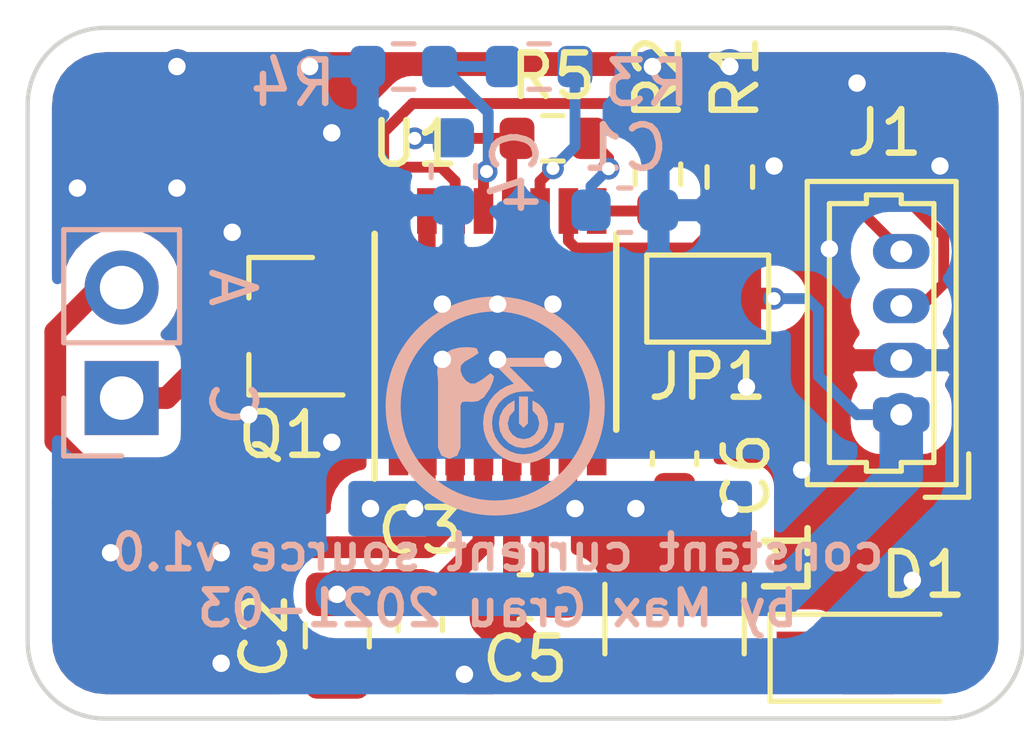
<source format=kicad_pcb>
(kicad_pcb (version 20171130) (host pcbnew 5.1.9-73d0e3b20d~88~ubuntu20.04.1)

  (general
    (thickness 1.6)
    (drawings 9)
    (tracks 139)
    (zones 0)
    (modules 19)
    (nets 15)
  )

  (page A4)
  (layers
    (0 F.Cu signal)
    (31 B.Cu signal)
    (32 B.Adhes user hide)
    (33 F.Adhes user hide)
    (34 B.Paste user)
    (35 F.Paste user)
    (36 B.SilkS user)
    (37 F.SilkS user)
    (38 B.Mask user hide)
    (39 F.Mask user hide)
    (40 Dwgs.User user)
    (41 Cmts.User user)
    (42 Eco1.User user)
    (43 Eco2.User user)
    (44 Edge.Cuts user)
    (45 Margin user)
    (46 B.CrtYd user)
    (47 F.CrtYd user)
    (48 B.Fab user hide)
    (49 F.Fab user hide)
  )

  (setup
    (last_trace_width 0.5)
    (user_trace_width 0.4)
    (user_trace_width 0.5)
    (user_trace_width 1)
    (trace_clearance 0.2)
    (zone_clearance 0.508)
    (zone_45_only no)
    (trace_min 0.2)
    (via_size 0.8)
    (via_drill 0.4)
    (via_min_size 0.4)
    (via_min_drill 0.3)
    (user_via 0.5 0.3)
    (uvia_size 0.3)
    (uvia_drill 0.1)
    (uvias_allowed no)
    (uvia_min_size 0.2)
    (uvia_min_drill 0.1)
    (edge_width 0.1)
    (segment_width 0.2)
    (pcb_text_width 0.3)
    (pcb_text_size 1.5 1.5)
    (mod_edge_width 0.15)
    (mod_text_size 1 1)
    (mod_text_width 0.15)
    (pad_size 1.524 1.524)
    (pad_drill 0.762)
    (pad_to_mask_clearance 0)
    (aux_axis_origin 0 0)
    (grid_origin 134.493 122.682)
    (visible_elements FFFFF77F)
    (pcbplotparams
      (layerselection 0x010fc_ffffffff)
      (usegerberextensions false)
      (usegerberattributes true)
      (usegerberadvancedattributes true)
      (creategerberjobfile true)
      (excludeedgelayer true)
      (linewidth 0.100000)
      (plotframeref false)
      (viasonmask false)
      (mode 1)
      (useauxorigin false)
      (hpglpennumber 1)
      (hpglpenspeed 20)
      (hpglpendiameter 15.000000)
      (psnegative false)
      (psa4output false)
      (plotreference true)
      (plotvalue true)
      (plotinvisibletext false)
      (padsonsilk false)
      (subtractmaskfromsilk false)
      (outputformat 1)
      (mirror false)
      (drillshape 1)
      (scaleselection 1)
      (outputdirectory ""))
  )

  (net 0 "")
  (net 1 "Net-(C1-Pad2)")
  (net 2 GND)
  (net 3 /VIN)
  (net 4 "Net-(C4-Pad2)")
  (net 5 "Net-(C5-Pad2)")
  (net 6 "Net-(C5-Pad1)")
  (net 7 "Net-(C6-Pad1)")
  (net 8 /SHDN)
  (net 9 /PWM)
  (net 10 "Net-(R2-Pad1)")
  (net 11 "Net-(R3-Pad2)")
  (net 12 "Net-(R3-Pad1)")
  (net 13 /Anode)
  (net 14 /Cathode)

  (net_class Default "This is the default net class."
    (clearance 0.2)
    (trace_width 0.25)
    (via_dia 0.8)
    (via_drill 0.4)
    (uvia_dia 0.3)
    (uvia_drill 0.1)
    (add_net /Anode)
    (add_net /Cathode)
    (add_net /PWM)
    (add_net /SHDN)
    (add_net /VIN)
    (add_net GND)
    (add_net "Net-(C1-Pad2)")
    (add_net "Net-(C4-Pad2)")
    (add_net "Net-(C5-Pad1)")
    (add_net "Net-(C5-Pad2)")
    (add_net "Net-(C6-Pad1)")
    (add_net "Net-(R2-Pad1)")
    (add_net "Net-(R3-Pad1)")
    (add_net "Net-(R3-Pad2)")
  )

  (module extraFootprints:netz39-logo (layer B.Cu) (tedit 603E9129) (tstamp 603F60F1)
    (at 146.431 114.3 180)
    (descr "Converted using: svg2mod -i netz39-logo-final.svg -f 0.075")
    (tags svg2mod)
    (attr virtual)
    (fp_text reference svg2mod (at 0 2.589187) (layer B.SilkS) hide
      (effects (font (size 1.524 1.524) (thickness 0.3048)) (justify mirror))
    )
    (fp_text value G*** (at 0 -8.542312) (layer B.SilkS) hide
      (effects (font (size 1.524 1.524) (thickness 0.3048)) (justify mirror))
    )
    (fp_poly (pts (xy 1.70791 -1.868889) (xy 1.70791 -2.075386) (xy 2.645581 -2.075386) (xy 2.532105 -2.188976)
      (xy 2.418562 -2.302499) (xy 2.304951 -2.415953) (xy 2.191269 -2.529337) (xy 2.077515 -2.642648)
      (xy 2.327399 -2.642648) (xy 2.493077 -2.661761) (xy 2.645137 -2.716197) (xy 2.779253 -2.801601)
      (xy 2.891098 -2.913617) (xy 2.976345 -3.04789) (xy 3.030666 -3.200065) (xy 3.049735 -3.365787)
      (xy 3.030666 -3.531464) (xy 2.976345 -3.683525) (xy 2.891098 -3.817641) (xy 2.779253 -3.929486)
      (xy 2.645137 -4.014733) (xy 2.493077 -4.069054) (xy 2.327399 -4.088123) (xy 2.161678 -4.069054)
      (xy 2.009503 -4.014733) (xy 1.875229 -3.929486) (xy 1.763213 -3.817641) (xy 1.67781 -3.683525)
      (xy 1.623374 -3.531464) (xy 1.60426 -3.365787) (xy 1.397764 -3.365787) (xy 1.412751 -3.532785)
      (xy 1.455958 -3.689947) (xy 1.524752 -3.834653) (xy 1.616499 -3.964284) (xy 1.728568 -4.076219)
      (xy 1.858325 -4.16784) (xy 2.003138 -4.236527) (xy 2.160374 -4.27966) (xy 2.327399 -4.294619)
      (xy 2.494398 -4.27966) (xy 2.651559 -4.236527) (xy 2.796265 -4.16784) (xy 2.925896 -4.076219)
      (xy 3.037831 -3.964284) (xy 3.129452 -3.834653) (xy 3.198139 -3.689947) (xy 3.241272 -3.532785)
      (xy 3.256231 -3.365787) (xy 3.238393 -3.183586) (xy 3.187162 -3.013356) (xy 3.105962 -2.85855)
      (xy 2.998218 -2.722624) (xy 2.867354 -2.609032) (xy 2.716795 -2.521228) (xy 2.549966 -2.462667)
      (xy 3.144547 -1.868889) (xy 1.70791 -1.868889)) (layer B.SilkS) (width 0))
    (fp_poly (pts (xy 2.326596 -3.944785) (xy 2.506089 -3.91581) (xy 2.662021 -3.835137) (xy 2.785014 -3.712145)
      (xy 2.865687 -3.556213) (xy 2.894662 -3.376719) (xy 2.867915 -3.204153) (xy 2.793207 -3.053025)
      (xy 2.678833 -2.93157) (xy 2.533092 -2.848024) (xy 2.533092 -3.081036) (xy 2.645781 -3.207238)
      (xy 2.688166 -3.376719) (xy 2.659732 -3.5174) (xy 2.582212 -3.632335) (xy 2.467277 -3.709855)
      (xy 2.326596 -3.738289) (xy 2.186041 -3.709855) (xy 2.071382 -3.632335) (xy 1.994138 -3.5174)
      (xy 1.96583 -3.376719) (xy 2.007997 -3.207326) (xy 2.1201 -3.081036) (xy 2.1201 -2.848024)
      (xy 1.974577 -2.93157) (xy 1.86047 -3.053025) (xy 1.785986 -3.204153) (xy 1.759334 -3.376719)
      (xy 1.788225 -3.556213) (xy 1.868699 -3.712145) (xy 1.991454 -3.835137) (xy 2.147186 -3.91581)
      (xy 2.326596 -3.944785)) (layer B.SilkS) (width 0))
    (fp_poly (pts (xy 2.326596 -3.480369) (xy 2.430246 -3.376719) (xy 2.430246 -2.758034) (xy 2.22375 -2.758034)
      (xy 2.22375 -3.376719) (xy 2.326596 -3.480369)) (layer B.SilkS) (width 0))
    (fp_poly (pts (xy 3.627443 -1.623022) (xy 3.479215 -1.633593) (xy 3.399252 -1.653555) (xy 3.357471 -1.761222)
      (xy 3.487727 -1.848532) (xy 3.677259 -1.958077) (xy 3.761285 -2.042867) (xy 3.773906 -2.159959)
      (xy 3.731415 -2.284717) (xy 3.650108 -2.392508) (xy 3.546275 -2.458696) (xy 3.436213 -2.458649)
      (xy 3.282745 -2.372049) (xy 3.152171 -2.272408) (xy 3.081071 -2.224031) (xy 3.00474 -2.293131)
      (xy 3.022406 -2.399368) (xy 3.098421 -2.579817) (xy 3.238555 -2.779241) (xy 3.374357 -2.866201)
      (xy 3.516897 -2.882919) (xy 3.644968 -2.874636) (xy 3.737363 -2.886597) (xy 3.772874 -2.964043)
      (xy 3.772874 -3.933853) (xy 3.848597 -4.1164) (xy 4.031195 -4.191999) (xy 4.213794 -4.1164)
      (xy 4.289517 -3.933853) (xy 4.289517 -2.694875) (xy 4.289517 -2.405619) (xy 4.297332 -2.326848)
      (xy 4.307706 -2.209753) (xy 4.301029 -2.070432) (xy 4.257689 -1.92498) (xy 4.158078 -1.789493)
      (xy 3.982584 -1.68007) (xy 3.807603 -1.634593) (xy 3.627443 -1.623022)) (layer B.SilkS) (width 0))
    (fp_poly (pts (xy 2.976563 -0.458813) (xy 1.929568 -1.085483) (xy 2.088808 -1.002888) (xy 2.255052 -0.933441)
      (xy 2.427624 -0.877976) (xy 2.60585 -0.837326) (xy 2.789055 -0.812326) (xy 2.976563 -0.803807)
      (xy 3.154727 -0.811011) (xy 3.32892 -0.83225) (xy 3.498582 -0.866965) (xy 3.663156 -0.914596)
      (xy 3.822083 -0.974584) (xy 3.974804 -1.046368) (xy 4.120761 -1.129388) (xy 4.259395 -1.223086)
      (xy 4.390148 -1.326902) (xy 4.512461 -1.440275) (xy 4.625777 -1.562647) (xy 4.729535 -1.693457)
      (xy 4.823178 -1.832146) (xy 4.906148 -1.978154) (xy 4.977885 -2.130921) (xy 5.037832 -2.289889)
      (xy 5.085429 -2.454496) (xy 5.120119 -2.624184) (xy 5.141342 -2.798393) (xy 5.148541 -2.976563)
      (xy 5.141343 -3.154699) (xy 5.120122 -3.328815) (xy 5.085436 -3.498361) (xy 5.037844 -3.662786)
      (xy 4.977903 -3.82154) (xy 4.906171 -3.974075) (xy 4.823208 -4.119839) (xy 4.729571 -4.258284)
      (xy 4.625818 -4.388859) (xy 4.512508 -4.511015) (xy 4.390199 -4.624201) (xy 4.259449 -4.727868)
      (xy 4.120816 -4.821467) (xy 3.974859 -4.904446) (xy 3.822135 -4.976258) (xy 3.663204 -5.03635)
      (xy 3.498622 -5.084175) (xy 3.32895 -5.119181) (xy 3.154744 -5.14082) (xy 2.976563 -5.14854)
      (xy 2.789169 -5.140574) (xy 2.606318 -5.11602) (xy 2.428641 -5.075719) (xy 2.256768 -5.020514)
      (xy 2.09133 -4.951246) (xy 1.932956 -4.868758) (xy 1.782277 -4.773893) (xy 1.639924 -4.667492)
      (xy 1.506526 -4.550396) (xy 1.382715 -4.42345) (xy 1.269121 -4.287494) (xy 1.166373 -4.143371)
      (xy 1.075103 -3.991922) (xy 0.995941 -3.833991) (xy 0.929516 -3.670418) (xy 0.87646 -3.502047)
      (xy 0.837403 -3.32972) (xy 0.812976 -3.154277) (xy 0.803807 -2.976563) (xy 0.810592 -2.798872)
      (xy 0.833154 -2.623497) (xy 0.870817 -2.451269) (xy 0.922907 -2.283023) (xy 0.988748 -2.119592)
      (xy 1.067667 -1.961809) (xy 1.158988 -1.810508) (xy 1.262036 -1.666522) (xy 1.376137 -1.530684)
      (xy 1.500615 -1.403828) (xy 1.634796 -1.286787) (xy 1.778006 -1.180394) (xy 1.929568 -1.085483)
      (xy 2.976563 -0.458813) (xy 2.796761 -0.465135) (xy 2.62037 -0.483817) (xy 2.447817 -0.514432)
      (xy 2.279527 -0.556554) (xy 2.115927 -0.609758) (xy 1.957442 -0.673617) (xy 1.804499 -0.747706)
      (xy 1.657525 -0.831597) (xy 1.516944 -0.924865) (xy 1.383183 -1.027084) (xy 1.256669 -1.137827)
      (xy 1.137827 -1.256669) (xy 1.027083 -1.383183) (xy 0.924865 -1.516944) (xy 0.831597 -1.657525)
      (xy 0.747705 -1.804499) (xy 0.673617 -1.957442) (xy 0.609758 -2.115927) (xy 0.556554 -2.279527)
      (xy 0.514432 -2.447817) (xy 0.483816 -2.62037) (xy 0.465135 -2.796761) (xy 0.458813 -2.976563)
      (xy 0.465135 -3.156365) (xy 0.483816 -3.332755) (xy 0.514432 -3.505309) (xy 0.556554 -3.673598)
      (xy 0.609758 -3.837199) (xy 0.673617 -3.995683) (xy 0.747705 -4.148626) (xy 0.831597 -4.295601)
      (xy 0.924865 -4.436181) (xy 1.027083 -4.569942) (xy 1.137827 -4.696456) (xy 1.256669 -4.815298)
      (xy 1.383183 -4.926042) (xy 1.516944 -5.02826) (xy 1.657525 -5.121528) (xy 1.804499 -5.20542)
      (xy 1.957442 -5.279508) (xy 2.115927 -5.343367) (xy 2.279527 -5.396571) (xy 2.447817 -5.438693)
      (xy 2.62037 -5.469308) (xy 2.796761 -5.48799) (xy 2.976563 -5.494312) (xy 3.156364 -5.48799)
      (xy 3.332755 -5.469308) (xy 3.505308 -5.438693) (xy 3.673598 -5.396571) (xy 3.837198 -5.343367)
      (xy 3.995683 -5.279508) (xy 4.148626 -5.20542) (xy 4.2956 -5.121528) (xy 4.436181 -5.02826)
      (xy 4.569942 -4.926042) (xy 4.696456 -4.815298) (xy 4.815298 -4.696456) (xy 4.926042 -4.569942)
      (xy 5.02826 -4.436181) (xy 5.121528 -4.295601) (xy 5.20542 -4.148626) (xy 5.279508 -3.995683)
      (xy 5.343367 -3.837199) (xy 5.396571 -3.673598) (xy 5.438694 -3.505309) (xy 5.469309 -3.332755)
      (xy 5.48799 -3.156365) (xy 5.494312 -2.976563) (xy 5.48799 -2.796761) (xy 5.469309 -2.62037)
      (xy 5.438694 -2.447817) (xy 5.396571 -2.279527) (xy 5.343367 -2.115927) (xy 5.279508 -1.957442)
      (xy 5.20542 -1.804499) (xy 5.121528 -1.657525) (xy 5.02826 -1.516944) (xy 4.926042 -1.383183)
      (xy 4.815298 -1.256669) (xy 4.696456 -1.137827) (xy 4.569942 -1.027084) (xy 4.436181 -0.924865)
      (xy 4.2956 -0.831597) (xy 4.148626 -0.747706) (xy 3.995683 -0.673617) (xy 3.837198 -0.609758)
      (xy 3.673598 -0.556554) (xy 3.505308 -0.514432) (xy 3.332755 -0.483817) (xy 3.156364 -0.465135)
      (xy 2.976563 -0.458813)) (layer B.SilkS) (width 0))
  )

  (module Connector_PinHeader_2.54mm:PinHeader_1x02_P2.54mm_Vertical (layer B.Cu) (tedit 59FED5CC) (tstamp 603EC866)
    (at 134.874 117.094)
    (descr "Through hole straight pin header, 1x02, 2.54mm pitch, single row")
    (tags "Through hole pin header THT 1x02 2.54mm single row")
    (path /6022D25C)
    (fp_text reference J2 (at 0 2.33) (layer B.SilkS) hide
      (effects (font (size 1 1) (thickness 0.15)) (justify mirror))
    )
    (fp_text value LED (at 0 -4.87) (layer B.Fab)
      (effects (font (size 1 1) (thickness 0.15)) (justify mirror))
    )
    (fp_text user %R (at 0 -1.27 -90) (layer B.Fab)
      (effects (font (size 1 1) (thickness 0.15)) (justify mirror))
    )
    (fp_line (start -0.635 1.27) (end 1.27 1.27) (layer B.Fab) (width 0.1))
    (fp_line (start 1.27 1.27) (end 1.27 -3.81) (layer B.Fab) (width 0.1))
    (fp_line (start 1.27 -3.81) (end -1.27 -3.81) (layer B.Fab) (width 0.1))
    (fp_line (start -1.27 -3.81) (end -1.27 0.635) (layer B.Fab) (width 0.1))
    (fp_line (start -1.27 0.635) (end -0.635 1.27) (layer B.Fab) (width 0.1))
    (fp_line (start -1.33 -3.87) (end 1.33 -3.87) (layer B.SilkS) (width 0.12))
    (fp_line (start -1.33 -1.27) (end -1.33 -3.87) (layer B.SilkS) (width 0.12))
    (fp_line (start 1.33 -1.27) (end 1.33 -3.87) (layer B.SilkS) (width 0.12))
    (fp_line (start -1.33 -1.27) (end 1.33 -1.27) (layer B.SilkS) (width 0.12))
    (fp_line (start -1.33 0) (end -1.33 1.33) (layer B.SilkS) (width 0.12))
    (fp_line (start -1.33 1.33) (end 0 1.33) (layer B.SilkS) (width 0.12))
    (fp_line (start -1.8 1.8) (end -1.8 -4.35) (layer B.CrtYd) (width 0.05))
    (fp_line (start -1.8 -4.35) (end 1.8 -4.35) (layer B.CrtYd) (width 0.05))
    (fp_line (start 1.8 -4.35) (end 1.8 1.8) (layer B.CrtYd) (width 0.05))
    (fp_line (start 1.8 1.8) (end -1.8 1.8) (layer B.CrtYd) (width 0.05))
    (fp_text user A (at 2.54 -2.54 -90 unlocked) (layer B.SilkS)
      (effects (font (size 1 1) (thickness 0.15)) (justify mirror))
    )
    (fp_text user C (at 2.54 0.127 270 unlocked) (layer B.SilkS)
      (effects (font (size 1 1) (thickness 0.15)) (justify mirror))
    )
    (pad 2 thru_hole oval (at 0 -2.54) (size 1.7 1.7) (drill 1) (layers *.Cu *.Mask)
      (net 13 /Anode))
    (pad 1 thru_hole rect (at 0 0) (size 1.7 1.7) (drill 1) (layers *.Cu *.Mask)
      (net 14 /Cathode))
    (model ${KISYS3DMOD}/Connector_PinHeader_2.54mm.3dshapes/PinHeader_1x02_P2.54mm_Vertical.wrl
      (at (xyz 0 0 0))
      (scale (xyz 1 1 1))
      (rotate (xyz 0 0 0))
    )
  )

  (module Package_SO:TSSOP-16-1EP_4.4x5mm_P0.65mm (layer F.Cu) (tedit 5A02F25C) (tstamp 603EE335)
    (at 143.51 115.57 90)
    (descr "FE Package; 16-Lead Plastic TSSOP (4.4mm); Exposed Pad Variation BB; (see Linear Technology 1956f.pdf)")
    (tags "SSOP 0.65")
    (path /601DBDCB)
    (attr smd)
    (fp_text reference U1 (at 4.318 -1.905 180) (layer F.SilkS)
      (effects (font (size 1 1) (thickness 0.15)))
    )
    (fp_text value LT3474 (at 0 3.55 90) (layer F.Fab)
      (effects (font (size 1 1) (thickness 0.15)))
    )
    (fp_text user %R (at 0 0 90) (layer F.Fab)
      (effects (font (size 0.8 0.8) (thickness 0.15)))
    )
    (fp_line (start -1.2 -2.5) (end 2.2 -2.5) (layer F.Fab) (width 0.15))
    (fp_line (start 2.2 -2.5) (end 2.2 2.5) (layer F.Fab) (width 0.15))
    (fp_line (start 2.2 2.5) (end -2.2 2.5) (layer F.Fab) (width 0.15))
    (fp_line (start -2.2 2.5) (end -2.2 -1.5) (layer F.Fab) (width 0.15))
    (fp_line (start -2.2 -1.5) (end -1.2 -2.5) (layer F.Fab) (width 0.15))
    (fp_line (start -3.5 -2.9) (end -3.5 2.8) (layer F.CrtYd) (width 0.05))
    (fp_line (start 3.5 -2.9) (end 3.5 2.8) (layer F.CrtYd) (width 0.05))
    (fp_line (start -3.5 -2.9) (end 3.5 -2.9) (layer F.CrtYd) (width 0.05))
    (fp_line (start -3.5 2.8) (end 3.5 2.8) (layer F.CrtYd) (width 0.05))
    (fp_line (start -2.25 2.725) (end 2.25 2.725) (layer F.SilkS) (width 0.15))
    (fp_line (start -3.375 -2.825) (end 2.25 -2.825) (layer F.SilkS) (width 0.15))
    (pad 17 smd rect (at -0.735 -1.3425 90) (size 1.47 0.895) (layers F.Cu F.Paste F.Mask)
      (net 2 GND) (solder_paste_margin_ratio -0.2))
    (pad 17 smd rect (at -0.735 -0.4475 90) (size 1.47 0.895) (layers F.Cu F.Paste F.Mask)
      (net 2 GND) (solder_paste_margin_ratio -0.2))
    (pad 17 smd rect (at -0.735 0.4475 90) (size 1.47 0.895) (layers F.Cu F.Paste F.Mask)
      (net 2 GND) (solder_paste_margin_ratio -0.2))
    (pad 17 smd rect (at -0.735 1.3425 90) (size 1.47 0.895) (layers F.Cu F.Paste F.Mask)
      (net 2 GND) (solder_paste_margin_ratio -0.2))
    (pad 17 smd rect (at 0.735 -1.3425 90) (size 1.47 0.895) (layers F.Cu F.Paste F.Mask)
      (net 2 GND) (solder_paste_margin_ratio -0.2))
    (pad 17 smd rect (at 0.735 -0.4475 90) (size 1.47 0.895) (layers F.Cu F.Paste F.Mask)
      (net 2 GND) (solder_paste_margin_ratio -0.2))
    (pad 17 smd rect (at 0.735 0.4475 90) (size 1.47 0.895) (layers F.Cu F.Paste F.Mask)
      (net 2 GND) (solder_paste_margin_ratio -0.2))
    (pad 17 smd rect (at 0.735 1.3425 90) (size 1.47 0.895) (layers F.Cu F.Paste F.Mask)
      (net 2 GND) (solder_paste_margin_ratio -0.2))
    (pad 16 smd rect (at 2.775 -2.275 90) (size 1.05 0.45) (layers F.Cu F.Paste F.Mask))
    (pad 15 smd rect (at 2.775 -1.625 90) (size 1.05 0.45) (layers F.Cu F.Paste F.Mask)
      (net 2 GND))
    (pad 14 smd rect (at 2.775 -0.975 90) (size 1.05 0.45) (layers F.Cu F.Paste F.Mask)
      (net 9 /PWM))
    (pad 13 smd rect (at 2.775 -0.325 90) (size 1.05 0.45) (layers F.Cu F.Paste F.Mask)
      (net 11 "Net-(R3-Pad2)"))
    (pad 12 smd rect (at 2.775 0.325 90) (size 1.05 0.45) (layers F.Cu F.Paste F.Mask)
      (net 4 "Net-(C4-Pad2)"))
    (pad 11 smd rect (at 2.775 0.975 90) (size 1.05 0.45) (layers F.Cu F.Paste F.Mask)
      (net 12 "Net-(R3-Pad1)"))
    (pad 10 smd rect (at 2.775 1.625 90) (size 1.05 0.45) (layers F.Cu F.Paste F.Mask)
      (net 8 /SHDN))
    (pad 9 smd rect (at 2.775 2.275 90) (size 1.05 0.45) (layers F.Cu F.Paste F.Mask)
      (net 10 "Net-(R2-Pad1)"))
    (pad 8 smd rect (at -2.775 2.275 90) (size 1.05 0.45) (layers F.Cu F.Paste F.Mask)
      (net 2 GND))
    (pad 7 smd rect (at -2.775 1.625 90) (size 1.05 0.45) (layers F.Cu F.Paste F.Mask)
      (net 7 "Net-(C6-Pad1)"))
    (pad 6 smd rect (at -2.775 0.975 90) (size 1.05 0.45) (layers F.Cu F.Paste F.Mask)
      (net 6 "Net-(C5-Pad1)"))
    (pad 5 smd rect (at -2.775 0.325 90) (size 1.05 0.45) (layers F.Cu F.Paste F.Mask)
      (net 5 "Net-(C5-Pad2)"))
    (pad 4 smd rect (at -2.775 -0.325 90) (size 1.05 0.45) (layers F.Cu F.Paste F.Mask)
      (net 3 /VIN))
    (pad 3 smd rect (at -2.775 -0.975 90) (size 1.05 0.45) (layers F.Cu F.Paste F.Mask)
      (net 13 /Anode))
    (pad 2 smd rect (at -2.775 -1.625 90) (size 1.05 0.45) (layers F.Cu F.Paste F.Mask)
      (net 7 "Net-(C6-Pad1)"))
    (pad 1 smd rect (at -2.775 -2.275 90) (size 1.05 0.45) (layers F.Cu F.Paste F.Mask))
    (model ${KISYS3DMOD}/Package_SO.3dshapes/TSSOP-16-1EP_4.4x5mm_P0.65mm.wrl
      (at (xyz 0 0 0))
      (scale (xyz 1 1 1))
      (rotate (xyz 0 0 0))
    )
  )

  (module Resistor_SMD:R_0603_1608Metric (layer F.Cu) (tedit 5F68FEEE) (tstamp 603EE6FB)
    (at 144.78 111.125)
    (descr "Resistor SMD 0603 (1608 Metric), square (rectangular) end terminal, IPC_7351 nominal, (Body size source: IPC-SM-782 page 72, https://www.pcb-3d.com/wordpress/wp-content/uploads/ipc-sm-782a_amendment_1_and_2.pdf), generated with kicad-footprint-generator")
    (tags resistor)
    (path /60225806)
    (attr smd)
    (fp_text reference R5 (at 0 -1.43) (layer F.SilkS)
      (effects (font (size 1 1) (thickness 0.15)))
    )
    (fp_text value 10k (at 0 1.43) (layer F.Fab)
      (effects (font (size 1 1) (thickness 0.15)))
    )
    (fp_text user %R (at 0 0) (layer F.Fab)
      (effects (font (size 0.4 0.4) (thickness 0.06)))
    )
    (fp_line (start -0.8 0.4125) (end -0.8 -0.4125) (layer F.Fab) (width 0.1))
    (fp_line (start -0.8 -0.4125) (end 0.8 -0.4125) (layer F.Fab) (width 0.1))
    (fp_line (start 0.8 -0.4125) (end 0.8 0.4125) (layer F.Fab) (width 0.1))
    (fp_line (start 0.8 0.4125) (end -0.8 0.4125) (layer F.Fab) (width 0.1))
    (fp_line (start -0.237258 -0.5225) (end 0.237258 -0.5225) (layer F.SilkS) (width 0.12))
    (fp_line (start -0.237258 0.5225) (end 0.237258 0.5225) (layer F.SilkS) (width 0.12))
    (fp_line (start -1.48 0.73) (end -1.48 -0.73) (layer F.CrtYd) (width 0.05))
    (fp_line (start -1.48 -0.73) (end 1.48 -0.73) (layer F.CrtYd) (width 0.05))
    (fp_line (start 1.48 -0.73) (end 1.48 0.73) (layer F.CrtYd) (width 0.05))
    (fp_line (start 1.48 0.73) (end -1.48 0.73) (layer F.CrtYd) (width 0.05))
    (pad 2 smd roundrect (at 0.825 0) (size 0.8 0.95) (layers F.Cu F.Paste F.Mask) (roundrect_rratio 0.25)
      (net 1 "Net-(C1-Pad2)"))
    (pad 1 smd roundrect (at -0.825 0) (size 0.8 0.95) (layers F.Cu F.Paste F.Mask) (roundrect_rratio 0.25)
      (net 4 "Net-(C4-Pad2)"))
    (model ${KISYS3DMOD}/Resistor_SMD.3dshapes/R_0603_1608Metric.wrl
      (at (xyz 0 0 0))
      (scale (xyz 1 1 1))
      (rotate (xyz 0 0 0))
    )
  )

  (module Resistor_SMD:R_0603_1608Metric (layer B.Cu) (tedit 5F68FEEE) (tstamp 603EC8FB)
    (at 141.351 109.474 180)
    (descr "Resistor SMD 0603 (1608 Metric), square (rectangular) end terminal, IPC_7351 nominal, (Body size source: IPC-SM-782 page 72, https://www.pcb-3d.com/wordpress/wp-content/uploads/ipc-sm-782a_amendment_1_and_2.pdf), generated with kicad-footprint-generator")
    (tags resistor)
    (path /601DF467)
    (attr smd)
    (fp_text reference R4 (at 2.54 -0.381) (layer B.SilkS)
      (effects (font (size 1 1) (thickness 0.15)) (justify mirror))
    )
    (fp_text value 2k (at 0 -1.43) (layer B.Fab)
      (effects (font (size 1 1) (thickness 0.15)) (justify mirror))
    )
    (fp_text user %R (at 0 0) (layer B.Fab)
      (effects (font (size 0.4 0.4) (thickness 0.06)) (justify mirror))
    )
    (fp_line (start -0.8 -0.4125) (end -0.8 0.4125) (layer B.Fab) (width 0.1))
    (fp_line (start -0.8 0.4125) (end 0.8 0.4125) (layer B.Fab) (width 0.1))
    (fp_line (start 0.8 0.4125) (end 0.8 -0.4125) (layer B.Fab) (width 0.1))
    (fp_line (start 0.8 -0.4125) (end -0.8 -0.4125) (layer B.Fab) (width 0.1))
    (fp_line (start -0.237258 0.5225) (end 0.237258 0.5225) (layer B.SilkS) (width 0.12))
    (fp_line (start -0.237258 -0.5225) (end 0.237258 -0.5225) (layer B.SilkS) (width 0.12))
    (fp_line (start -1.48 -0.73) (end -1.48 0.73) (layer B.CrtYd) (width 0.05))
    (fp_line (start -1.48 0.73) (end 1.48 0.73) (layer B.CrtYd) (width 0.05))
    (fp_line (start 1.48 0.73) (end 1.48 -0.73) (layer B.CrtYd) (width 0.05))
    (fp_line (start 1.48 -0.73) (end -1.48 -0.73) (layer B.CrtYd) (width 0.05))
    (pad 2 smd roundrect (at 0.825 0 180) (size 0.8 0.95) (layers B.Cu B.Paste B.Mask) (roundrect_rratio 0.25)
      (net 2 GND))
    (pad 1 smd roundrect (at -0.825 0 180) (size 0.8 0.95) (layers B.Cu B.Paste B.Mask) (roundrect_rratio 0.25)
      (net 11 "Net-(R3-Pad2)"))
    (model ${KISYS3DMOD}/Resistor_SMD.3dshapes/R_0603_1608Metric.wrl
      (at (xyz 0 0 0))
      (scale (xyz 1 1 1))
      (rotate (xyz 0 0 0))
    )
  )

  (module Resistor_SMD:R_0603_1608Metric (layer B.Cu) (tedit 5F68FEEE) (tstamp 603EC8EA)
    (at 144.463 109.474 180)
    (descr "Resistor SMD 0603 (1608 Metric), square (rectangular) end terminal, IPC_7351 nominal, (Body size source: IPC-SM-782 page 72, https://www.pcb-3d.com/wordpress/wp-content/uploads/ipc-sm-782a_amendment_1_and_2.pdf), generated with kicad-footprint-generator")
    (tags resistor)
    (path /601DEB7E)
    (attr smd)
    (fp_text reference R3 (at -2.476 -0.381) (layer B.SilkS)
      (effects (font (size 1 1) (thickness 0.15)) (justify mirror))
    )
    (fp_text value 4k7 (at 0 -1.43) (layer B.Fab)
      (effects (font (size 1 1) (thickness 0.15)) (justify mirror))
    )
    (fp_text user %R (at 0 0) (layer B.Fab)
      (effects (font (size 0.4 0.4) (thickness 0.06)) (justify mirror))
    )
    (fp_line (start -0.8 -0.4125) (end -0.8 0.4125) (layer B.Fab) (width 0.1))
    (fp_line (start -0.8 0.4125) (end 0.8 0.4125) (layer B.Fab) (width 0.1))
    (fp_line (start 0.8 0.4125) (end 0.8 -0.4125) (layer B.Fab) (width 0.1))
    (fp_line (start 0.8 -0.4125) (end -0.8 -0.4125) (layer B.Fab) (width 0.1))
    (fp_line (start -0.237258 0.5225) (end 0.237258 0.5225) (layer B.SilkS) (width 0.12))
    (fp_line (start -0.237258 -0.5225) (end 0.237258 -0.5225) (layer B.SilkS) (width 0.12))
    (fp_line (start -1.48 -0.73) (end -1.48 0.73) (layer B.CrtYd) (width 0.05))
    (fp_line (start -1.48 0.73) (end 1.48 0.73) (layer B.CrtYd) (width 0.05))
    (fp_line (start 1.48 0.73) (end 1.48 -0.73) (layer B.CrtYd) (width 0.05))
    (fp_line (start 1.48 -0.73) (end -1.48 -0.73) (layer B.CrtYd) (width 0.05))
    (pad 2 smd roundrect (at 0.825 0 180) (size 0.8 0.95) (layers B.Cu B.Paste B.Mask) (roundrect_rratio 0.25)
      (net 11 "Net-(R3-Pad2)"))
    (pad 1 smd roundrect (at -0.825 0 180) (size 0.8 0.95) (layers B.Cu B.Paste B.Mask) (roundrect_rratio 0.25)
      (net 12 "Net-(R3-Pad1)"))
    (model ${KISYS3DMOD}/Resistor_SMD.3dshapes/R_0603_1608Metric.wrl
      (at (xyz 0 0 0))
      (scale (xyz 1 1 1))
      (rotate (xyz 0 0 0))
    )
  )

  (module Resistor_SMD:R_0603_1608Metric (layer F.Cu) (tedit 5F68FEEE) (tstamp 603EC8D9)
    (at 147.193 111.95 90)
    (descr "Resistor SMD 0603 (1608 Metric), square (rectangular) end terminal, IPC_7351 nominal, (Body size source: IPC-SM-782 page 72, https://www.pcb-3d.com/wordpress/wp-content/uploads/ipc-sm-782a_amendment_1_and_2.pdf), generated with kicad-footprint-generator")
    (tags resistor)
    (path /601FB781)
    (attr smd)
    (fp_text reference R2 (at 2.222 0 90) (layer F.SilkS)
      (effects (font (size 1 1) (thickness 0.15)))
    )
    (fp_text value 10k (at 0 1.43 90) (layer F.Fab)
      (effects (font (size 1 1) (thickness 0.15)))
    )
    (fp_text user %R (at 0 0 90) (layer F.Fab)
      (effects (font (size 0.4 0.4) (thickness 0.06)))
    )
    (fp_line (start -0.8 0.4125) (end -0.8 -0.4125) (layer F.Fab) (width 0.1))
    (fp_line (start -0.8 -0.4125) (end 0.8 -0.4125) (layer F.Fab) (width 0.1))
    (fp_line (start 0.8 -0.4125) (end 0.8 0.4125) (layer F.Fab) (width 0.1))
    (fp_line (start 0.8 0.4125) (end -0.8 0.4125) (layer F.Fab) (width 0.1))
    (fp_line (start -0.237258 -0.5225) (end 0.237258 -0.5225) (layer F.SilkS) (width 0.12))
    (fp_line (start -0.237258 0.5225) (end 0.237258 0.5225) (layer F.SilkS) (width 0.12))
    (fp_line (start -1.48 0.73) (end -1.48 -0.73) (layer F.CrtYd) (width 0.05))
    (fp_line (start -1.48 -0.73) (end 1.48 -0.73) (layer F.CrtYd) (width 0.05))
    (fp_line (start 1.48 -0.73) (end 1.48 0.73) (layer F.CrtYd) (width 0.05))
    (fp_line (start 1.48 0.73) (end -1.48 0.73) (layer F.CrtYd) (width 0.05))
    (pad 2 smd roundrect (at 0.825 0 90) (size 0.8 0.95) (layers F.Cu F.Paste F.Mask) (roundrect_rratio 0.25)
      (net 2 GND))
    (pad 1 smd roundrect (at -0.825 0 90) (size 0.8 0.95) (layers F.Cu F.Paste F.Mask) (roundrect_rratio 0.25)
      (net 10 "Net-(R2-Pad1)"))
    (model ${KISYS3DMOD}/Resistor_SMD.3dshapes/R_0603_1608Metric.wrl
      (at (xyz 0 0 0))
      (scale (xyz 1 1 1))
      (rotate (xyz 0 0 0))
    )
  )

  (module Resistor_SMD:R_0603_1608Metric (layer F.Cu) (tedit 5F68FEEE) (tstamp 603EC8C8)
    (at 148.844 112.014 90)
    (descr "Resistor SMD 0603 (1608 Metric), square (rectangular) end terminal, IPC_7351 nominal, (Body size source: IPC-SM-782 page 72, https://www.pcb-3d.com/wordpress/wp-content/uploads/ipc-sm-782a_amendment_1_and_2.pdf), generated with kicad-footprint-generator")
    (tags resistor)
    (path /601FB2F4)
    (attr smd)
    (fp_text reference R1 (at 2.286 0.127 90) (layer F.SilkS)
      (effects (font (size 1 1) (thickness 0.15)))
    )
    (fp_text value 10k (at 0 1.43 90) (layer F.Fab)
      (effects (font (size 1 1) (thickness 0.15)))
    )
    (fp_text user %R (at 0 0 90) (layer F.Fab)
      (effects (font (size 0.4 0.4) (thickness 0.06)))
    )
    (fp_line (start -0.8 0.4125) (end -0.8 -0.4125) (layer F.Fab) (width 0.1))
    (fp_line (start -0.8 -0.4125) (end 0.8 -0.4125) (layer F.Fab) (width 0.1))
    (fp_line (start 0.8 -0.4125) (end 0.8 0.4125) (layer F.Fab) (width 0.1))
    (fp_line (start 0.8 0.4125) (end -0.8 0.4125) (layer F.Fab) (width 0.1))
    (fp_line (start -0.237258 -0.5225) (end 0.237258 -0.5225) (layer F.SilkS) (width 0.12))
    (fp_line (start -0.237258 0.5225) (end 0.237258 0.5225) (layer F.SilkS) (width 0.12))
    (fp_line (start -1.48 0.73) (end -1.48 -0.73) (layer F.CrtYd) (width 0.05))
    (fp_line (start -1.48 -0.73) (end 1.48 -0.73) (layer F.CrtYd) (width 0.05))
    (fp_line (start 1.48 -0.73) (end 1.48 0.73) (layer F.CrtYd) (width 0.05))
    (fp_line (start 1.48 0.73) (end -1.48 0.73) (layer F.CrtYd) (width 0.05))
    (pad 2 smd roundrect (at 0.825 0 90) (size 0.8 0.95) (layers F.Cu F.Paste F.Mask) (roundrect_rratio 0.25)
      (net 2 GND))
    (pad 1 smd roundrect (at -0.825 0 90) (size 0.8 0.95) (layers F.Cu F.Paste F.Mask) (roundrect_rratio 0.25)
      (net 8 /SHDN))
    (model ${KISYS3DMOD}/Resistor_SMD.3dshapes/R_0603_1608Metric.wrl
      (at (xyz 0 0 0))
      (scale (xyz 1 1 1))
      (rotate (xyz 0 0 0))
    )
  )

  (module Package_TO_SOT_SMD:SOT-23 (layer F.Cu) (tedit 5A02FF57) (tstamp 603EC8B7)
    (at 138.557 115.443 180)
    (descr "SOT-23, Standard")
    (tags SOT-23)
    (path /6020B63A)
    (attr smd)
    (fp_text reference Q1 (at 0 -2.5) (layer F.SilkS)
      (effects (font (size 1 1) (thickness 0.15)))
    )
    (fp_text value IRLML0030 (at 0 2.5) (layer F.Fab)
      (effects (font (size 1 1) (thickness 0.15)))
    )
    (fp_text user %R (at 0 0 90) (layer F.Fab)
      (effects (font (size 0.5 0.5) (thickness 0.075)))
    )
    (fp_line (start -0.7 -0.95) (end -0.7 1.5) (layer F.Fab) (width 0.1))
    (fp_line (start -0.15 -1.52) (end 0.7 -1.52) (layer F.Fab) (width 0.1))
    (fp_line (start -0.7 -0.95) (end -0.15 -1.52) (layer F.Fab) (width 0.1))
    (fp_line (start 0.7 -1.52) (end 0.7 1.52) (layer F.Fab) (width 0.1))
    (fp_line (start -0.7 1.52) (end 0.7 1.52) (layer F.Fab) (width 0.1))
    (fp_line (start 0.76 1.58) (end 0.76 0.65) (layer F.SilkS) (width 0.12))
    (fp_line (start 0.76 -1.58) (end 0.76 -0.65) (layer F.SilkS) (width 0.12))
    (fp_line (start -1.7 -1.75) (end 1.7 -1.75) (layer F.CrtYd) (width 0.05))
    (fp_line (start 1.7 -1.75) (end 1.7 1.75) (layer F.CrtYd) (width 0.05))
    (fp_line (start 1.7 1.75) (end -1.7 1.75) (layer F.CrtYd) (width 0.05))
    (fp_line (start -1.7 1.75) (end -1.7 -1.75) (layer F.CrtYd) (width 0.05))
    (fp_line (start 0.76 -1.58) (end -1.4 -1.58) (layer F.SilkS) (width 0.12))
    (fp_line (start 0.76 1.58) (end -0.7 1.58) (layer F.SilkS) (width 0.12))
    (pad 3 smd rect (at 1 0 180) (size 0.9 0.8) (layers F.Cu F.Paste F.Mask)
      (net 14 /Cathode))
    (pad 2 smd rect (at -1 0.95 180) (size 0.9 0.8) (layers F.Cu F.Paste F.Mask)
      (net 2 GND))
    (pad 1 smd rect (at -1 -0.95 180) (size 0.9 0.8) (layers F.Cu F.Paste F.Mask)
      (net 9 /PWM))
    (model ${KISYS3DMOD}/Package_TO_SOT_SMD.3dshapes/SOT-23.wrl
      (at (xyz 0 0 0))
      (scale (xyz 1 1 1))
      (rotate (xyz 0 0 0))
    )
  )

  (module Inductor_SMD:L_Abracon_ASPI-3012S (layer F.Cu) (tedit 5990349C) (tstamp 603EC8A2)
    (at 147.574 122.174 90)
    (descr "smd shielded power inductor http://www.abracon.com/Magnetics/power/ASPI-3012S.pdf")
    (tags "inductor abracon smd shielded")
    (path /6020600C)
    (attr smd)
    (fp_text reference L1 (at 1.397 2.6 90) (layer F.SilkS)
      (effects (font (size 1 1) (thickness 0.15)))
    )
    (fp_text value 3u3 (at 0 -2.7 90) (layer F.Fab)
      (effects (font (size 1 1) (thickness 0.15)))
    )
    (fp_text user %R (at 0 0 90) (layer F.Fab)
      (effects (font (size 0.7 0.7) (thickness 0.105)))
    )
    (fp_line (start 2 1.8) (end 2 -1.8) (layer F.CrtYd) (width 0.05))
    (fp_line (start -2 1.8) (end 2 1.8) (layer F.CrtYd) (width 0.05))
    (fp_line (start -2 -1.8) (end -2 1.8) (layer F.CrtYd) (width 0.05))
    (fp_line (start 2 -1.8) (end -2 -1.8) (layer F.CrtYd) (width 0.05))
    (fp_line (start -1 1.3) (end -0.8 1.5) (layer F.Fab) (width 0.1))
    (fp_line (start -1.5 1.3) (end -1 1.3) (layer F.Fab) (width 0.1))
    (fp_line (start -1.5 -1.3) (end -1.5 1.3) (layer F.Fab) (width 0.1))
    (fp_line (start -1 -1.3) (end -1.5 -1.3) (layer F.Fab) (width 0.1))
    (fp_line (start -0.8 -1.5) (end -1 -1.3) (layer F.Fab) (width 0.1))
    (fp_line (start 0.8 -1.5) (end -0.8 -1.5) (layer F.Fab) (width 0.1))
    (fp_line (start 1 -1.3) (end 0.8 -1.5) (layer F.Fab) (width 0.1))
    (fp_line (start 1.5 -1.3) (end 1 -1.3) (layer F.Fab) (width 0.1))
    (fp_line (start 1.5 1.3) (end 1.5 -1.3) (layer F.Fab) (width 0.1))
    (fp_line (start 1 1.3) (end 1.5 1.3) (layer F.Fab) (width 0.1))
    (fp_line (start 0.8 1.5) (end 1 1.3) (layer F.Fab) (width 0.1))
    (fp_line (start -0.8 1.5) (end 0.8 1.5) (layer F.Fab) (width 0.1))
    (fp_line (start -0.8 1.6) (end 0.8 1.6) (layer F.SilkS) (width 0.12))
    (fp_line (start -0.8 -1.6) (end 0.8 -1.6) (layer F.SilkS) (width 0.12))
    (pad 2 smd rect (at 1.15 0 90) (size 1 2.75) (layers F.Cu F.Paste F.Mask)
      (net 7 "Net-(C6-Pad1)"))
    (pad 1 smd rect (at -1.15 0 90) (size 1 2.75) (layers F.Cu F.Paste F.Mask)
      (net 5 "Net-(C5-Pad2)"))
    (model ${KISYS3DMOD}/Inductor_SMD.3dshapes/L_Abracon_ASPI-3012S.wrl
      (at (xyz 0 0 0))
      (scale (xyz 1 1 1))
      (rotate (xyz 0 0 0))
    )
  )

  (module Jumper:SolderJumper-2_P1.3mm_Open_TrianglePad1.0x1.5mm (layer F.Cu) (tedit 5A64794F) (tstamp 603EC889)
    (at 148.336 114.808 180)
    (descr "SMD Solder Jumper, 1x1.5mm Triangular Pads, 0.3mm gap, open")
    (tags "solder jumper open")
    (path /601EC0F6)
    (attr virtual)
    (fp_text reference JP1 (at 0 -1.8) (layer F.SilkS)
      (effects (font (size 1 1) (thickness 0.15)))
    )
    (fp_text value SolderJumper_2_Open (at 0 1.9) (layer F.Fab)
      (effects (font (size 1 1) (thickness 0.15)))
    )
    (fp_line (start -1.4 1) (end -1.4 -1) (layer F.SilkS) (width 0.12))
    (fp_line (start 1.4 1) (end -1.4 1) (layer F.SilkS) (width 0.12))
    (fp_line (start 1.4 -1) (end 1.4 1) (layer F.SilkS) (width 0.12))
    (fp_line (start -1.4 -1) (end 1.4 -1) (layer F.SilkS) (width 0.12))
    (fp_line (start -1.65 -1.25) (end 1.65 -1.25) (layer F.CrtYd) (width 0.05))
    (fp_line (start -1.65 -1.25) (end -1.65 1.25) (layer F.CrtYd) (width 0.05))
    (fp_line (start 1.65 1.25) (end 1.65 -1.25) (layer F.CrtYd) (width 0.05))
    (fp_line (start 1.65 1.25) (end -1.65 1.25) (layer F.CrtYd) (width 0.05))
    (pad 1 smd custom (at -0.725 0 180) (size 0.3 0.3) (layers F.Cu F.Mask)
      (net 3 /VIN) (zone_connect 2)
      (options (clearance outline) (anchor rect))
      (primitives
        (gr_poly (pts
           (xy -0.5 -0.75) (xy 0.5 -0.75) (xy 1 0) (xy 0.5 0.75) (xy -0.5 0.75)
) (width 0))
      ))
    (pad 2 smd custom (at 0.725 0 180) (size 0.3 0.3) (layers F.Cu F.Mask)
      (net 8 /SHDN) (zone_connect 2)
      (options (clearance outline) (anchor rect))
      (primitives
        (gr_poly (pts
           (xy -0.65 -0.75) (xy 0.5 -0.75) (xy 0.5 0.75) (xy -0.65 0.75) (xy -0.15 0)
) (width 0))
      ))
  )

  (module Connector_Molex:Molex_PicoBlade_53047-0410_1x04_P1.25mm_Vertical (layer F.Cu) (tedit 5B783167) (tstamp 603EC851)
    (at 152.781 117.475 90)
    (descr "Molex PicoBlade Connector System, 53047-0410, 4 Pins per row (http://www.molex.com/pdm_docs/sd/530470610_sd.pdf), generated with kicad-footprint-generator")
    (tags "connector Molex PicoBlade side entry")
    (path /603C6B34)
    (fp_text reference J1 (at 6.477 -0.381 180) (layer F.SilkS)
      (effects (font (size 1 1) (thickness 0.15)))
    )
    (fp_text value Conn (at 1.88 2.35 90) (layer F.Fab)
      (effects (font (size 1 1) (thickness 0.15)))
    )
    (fp_text user %R (at 1.88 -1.35 90) (layer F.Fab)
      (effects (font (size 1 1) (thickness 0.15)))
    )
    (fp_line (start -1.5 -2.05) (end -1.5 1.15) (layer F.Fab) (width 0.1))
    (fp_line (start -1.5 1.15) (end 5.25 1.15) (layer F.Fab) (width 0.1))
    (fp_line (start 5.25 1.15) (end 5.25 -2.05) (layer F.Fab) (width 0.1))
    (fp_line (start 5.25 -2.05) (end -1.5 -2.05) (layer F.Fab) (width 0.1))
    (fp_line (start -1.61 -2.16) (end -1.61 1.26) (layer F.SilkS) (width 0.12))
    (fp_line (start -1.61 1.26) (end 5.36 1.26) (layer F.SilkS) (width 0.12))
    (fp_line (start 5.36 1.26) (end 5.36 -2.16) (layer F.SilkS) (width 0.12))
    (fp_line (start 5.36 -2.16) (end -1.61 -2.16) (layer F.SilkS) (width 0.12))
    (fp_line (start 1.875 0.75) (end -1.1 0.75) (layer F.SilkS) (width 0.12))
    (fp_line (start -1.1 0.75) (end -1.1 0) (layer F.SilkS) (width 0.12))
    (fp_line (start -1.1 0) (end -1.3 0) (layer F.SilkS) (width 0.12))
    (fp_line (start -1.3 0) (end -1.3 -0.8) (layer F.SilkS) (width 0.12))
    (fp_line (start -1.3 -0.8) (end -1.1 -0.8) (layer F.SilkS) (width 0.12))
    (fp_line (start -1.1 -0.8) (end -1.1 -1.65) (layer F.SilkS) (width 0.12))
    (fp_line (start -1.1 -1.65) (end 1.875 -1.65) (layer F.SilkS) (width 0.12))
    (fp_line (start 1.875 0.75) (end 4.85 0.75) (layer F.SilkS) (width 0.12))
    (fp_line (start 4.85 0.75) (end 4.85 0) (layer F.SilkS) (width 0.12))
    (fp_line (start 4.85 0) (end 5.05 0) (layer F.SilkS) (width 0.12))
    (fp_line (start 5.05 0) (end 5.05 -0.8) (layer F.SilkS) (width 0.12))
    (fp_line (start 5.05 -0.8) (end 4.85 -0.8) (layer F.SilkS) (width 0.12))
    (fp_line (start 4.85 -0.8) (end 4.85 -1.65) (layer F.SilkS) (width 0.12))
    (fp_line (start 4.85 -1.65) (end 1.875 -1.65) (layer F.SilkS) (width 0.12))
    (fp_line (start -1.9 1.55) (end -1.9 0.55) (layer F.SilkS) (width 0.12))
    (fp_line (start -1.9 1.55) (end -0.9 1.55) (layer F.SilkS) (width 0.12))
    (fp_line (start -0.5 1.15) (end 0 0.442893) (layer F.Fab) (width 0.1))
    (fp_line (start 0 0.442893) (end 0.5 1.15) (layer F.Fab) (width 0.1))
    (fp_line (start -2 -2.55) (end -2 1.65) (layer F.CrtYd) (width 0.05))
    (fp_line (start -2 1.65) (end 5.75 1.65) (layer F.CrtYd) (width 0.05))
    (fp_line (start 5.75 1.65) (end 5.75 -2.55) (layer F.CrtYd) (width 0.05))
    (fp_line (start 5.75 -2.55) (end -2 -2.55) (layer F.CrtYd) (width 0.05))
    (pad 4 thru_hole oval (at 3.75 0 90) (size 0.8 1.3) (drill 0.5) (layers *.Cu *.Mask)
      (net 8 /SHDN))
    (pad 3 thru_hole oval (at 2.5 0 90) (size 0.8 1.3) (drill 0.5) (layers *.Cu *.Mask)
      (net 9 /PWM))
    (pad 2 thru_hole oval (at 1.25 0 90) (size 0.8 1.3) (drill 0.5) (layers *.Cu *.Mask)
      (net 2 GND))
    (pad 1 thru_hole roundrect (at 0 0 90) (size 0.8 1.3) (drill 0.5) (layers *.Cu *.Mask) (roundrect_rratio 0.25)
      (net 3 /VIN))
    (model ${KISYS3DMOD}/Connector_Molex.3dshapes/Molex_PicoBlade_53047-0410_1x04_P1.25mm_Vertical.wrl
      (at (xyz 0 0 0))
      (scale (xyz 1 1 1))
      (rotate (xyz 0 0 0))
    )
  )

  (module Diode_SMD:D_SOD-123 (layer F.Cu) (tedit 58645DC7) (tstamp 603F526C)
    (at 152.019 123.063)
    (descr SOD-123)
    (tags SOD-123)
    (path /60206A7E)
    (attr smd)
    (fp_text reference D1 (at 1.27 -1.905) (layer F.SilkS)
      (effects (font (size 1 1) (thickness 0.15)))
    )
    (fp_text value MBR0520L (at 0 2.1) (layer F.Fab)
      (effects (font (size 1 1) (thickness 0.15)))
    )
    (fp_text user %R (at 0 -2) (layer F.Fab)
      (effects (font (size 1 1) (thickness 0.15)))
    )
    (fp_line (start -2.25 -1) (end -2.25 1) (layer F.SilkS) (width 0.12))
    (fp_line (start 0.25 0) (end 0.75 0) (layer F.Fab) (width 0.1))
    (fp_line (start 0.25 0.4) (end -0.35 0) (layer F.Fab) (width 0.1))
    (fp_line (start 0.25 -0.4) (end 0.25 0.4) (layer F.Fab) (width 0.1))
    (fp_line (start -0.35 0) (end 0.25 -0.4) (layer F.Fab) (width 0.1))
    (fp_line (start -0.35 0) (end -0.35 0.55) (layer F.Fab) (width 0.1))
    (fp_line (start -0.35 0) (end -0.35 -0.55) (layer F.Fab) (width 0.1))
    (fp_line (start -0.75 0) (end -0.35 0) (layer F.Fab) (width 0.1))
    (fp_line (start -1.4 0.9) (end -1.4 -0.9) (layer F.Fab) (width 0.1))
    (fp_line (start 1.4 0.9) (end -1.4 0.9) (layer F.Fab) (width 0.1))
    (fp_line (start 1.4 -0.9) (end 1.4 0.9) (layer F.Fab) (width 0.1))
    (fp_line (start -1.4 -0.9) (end 1.4 -0.9) (layer F.Fab) (width 0.1))
    (fp_line (start -2.35 -1.15) (end 2.35 -1.15) (layer F.CrtYd) (width 0.05))
    (fp_line (start 2.35 -1.15) (end 2.35 1.15) (layer F.CrtYd) (width 0.05))
    (fp_line (start 2.35 1.15) (end -2.35 1.15) (layer F.CrtYd) (width 0.05))
    (fp_line (start -2.35 -1.15) (end -2.35 1.15) (layer F.CrtYd) (width 0.05))
    (fp_line (start -2.25 1) (end 1.65 1) (layer F.SilkS) (width 0.12))
    (fp_line (start -2.25 -1) (end 1.65 -1) (layer F.SilkS) (width 0.12))
    (pad 2 smd rect (at 1.65 0) (size 0.9 1.2) (layers F.Cu F.Paste F.Mask)
      (net 2 GND))
    (pad 1 smd rect (at -1.65 0) (size 0.9 1.2) (layers F.Cu F.Paste F.Mask)
      (net 5 "Net-(C5-Pad2)"))
    (model ${KISYS3DMOD}/Diode_SMD.3dshapes/D_SOD-123.wrl
      (at (xyz 0 0 0))
      (scale (xyz 1 1 1))
      (rotate (xyz 0 0 0))
    )
  )

  (module Capacitor_SMD:C_0603_1608Metric (layer F.Cu) (tedit 5F68FEEE) (tstamp 603EC811)
    (at 147.574 118.491 90)
    (descr "Capacitor SMD 0603 (1608 Metric), square (rectangular) end terminal, IPC_7351 nominal, (Body size source: IPC-SM-782 page 76, https://www.pcb-3d.com/wordpress/wp-content/uploads/ipc-sm-782a_amendment_1_and_2.pdf), generated with kicad-footprint-generator")
    (tags capacitor)
    (path /60208B4A)
    (attr smd)
    (fp_text reference C6 (at -0.381 1.651 90) (layer F.SilkS)
      (effects (font (size 1 1) (thickness 0.15)))
    )
    (fp_text value "2u2 16V" (at 0 1.43 90) (layer F.Fab)
      (effects (font (size 1 1) (thickness 0.15)))
    )
    (fp_text user %R (at 0 0 90) (layer F.Fab)
      (effects (font (size 0.4 0.4) (thickness 0.06)))
    )
    (fp_line (start -0.8 0.4) (end -0.8 -0.4) (layer F.Fab) (width 0.1))
    (fp_line (start -0.8 -0.4) (end 0.8 -0.4) (layer F.Fab) (width 0.1))
    (fp_line (start 0.8 -0.4) (end 0.8 0.4) (layer F.Fab) (width 0.1))
    (fp_line (start 0.8 0.4) (end -0.8 0.4) (layer F.Fab) (width 0.1))
    (fp_line (start -0.14058 -0.51) (end 0.14058 -0.51) (layer F.SilkS) (width 0.12))
    (fp_line (start -0.14058 0.51) (end 0.14058 0.51) (layer F.SilkS) (width 0.12))
    (fp_line (start -1.48 0.73) (end -1.48 -0.73) (layer F.CrtYd) (width 0.05))
    (fp_line (start -1.48 -0.73) (end 1.48 -0.73) (layer F.CrtYd) (width 0.05))
    (fp_line (start 1.48 -0.73) (end 1.48 0.73) (layer F.CrtYd) (width 0.05))
    (fp_line (start 1.48 0.73) (end -1.48 0.73) (layer F.CrtYd) (width 0.05))
    (pad 2 smd roundrect (at 0.775 0 90) (size 0.9 0.95) (layers F.Cu F.Paste F.Mask) (roundrect_rratio 0.25)
      (net 2 GND))
    (pad 1 smd roundrect (at -0.775 0 90) (size 0.9 0.95) (layers F.Cu F.Paste F.Mask) (roundrect_rratio 0.25)
      (net 7 "Net-(C6-Pad1)"))
    (model ${KISYS3DMOD}/Capacitor_SMD.3dshapes/C_0603_1608Metric.wrl
      (at (xyz 0 0 0))
      (scale (xyz 1 1 1))
      (rotate (xyz 0 0 0))
    )
  )

  (module Capacitor_SMD:C_0603_1608Metric (layer F.Cu) (tedit 5F68FEEE) (tstamp 603EC800)
    (at 144.145 121.666 180)
    (descr "Capacitor SMD 0603 (1608 Metric), square (rectangular) end terminal, IPC_7351 nominal, (Body size source: IPC-SM-782 page 76, https://www.pcb-3d.com/wordpress/wp-content/uploads/ipc-sm-782a_amendment_1_and_2.pdf), generated with kicad-footprint-generator")
    (tags capacitor)
    (path /602178A4)
    (attr smd)
    (fp_text reference C5 (at 0 -1.43) (layer F.SilkS)
      (effects (font (size 1 1) (thickness 0.15)))
    )
    (fp_text value 220n (at 0 1.43) (layer F.Fab)
      (effects (font (size 1 1) (thickness 0.15)))
    )
    (fp_text user %R (at 0 0) (layer F.Fab)
      (effects (font (size 0.4 0.4) (thickness 0.06)))
    )
    (fp_line (start -0.8 0.4) (end -0.8 -0.4) (layer F.Fab) (width 0.1))
    (fp_line (start -0.8 -0.4) (end 0.8 -0.4) (layer F.Fab) (width 0.1))
    (fp_line (start 0.8 -0.4) (end 0.8 0.4) (layer F.Fab) (width 0.1))
    (fp_line (start 0.8 0.4) (end -0.8 0.4) (layer F.Fab) (width 0.1))
    (fp_line (start -0.14058 -0.51) (end 0.14058 -0.51) (layer F.SilkS) (width 0.12))
    (fp_line (start -0.14058 0.51) (end 0.14058 0.51) (layer F.SilkS) (width 0.12))
    (fp_line (start -1.48 0.73) (end -1.48 -0.73) (layer F.CrtYd) (width 0.05))
    (fp_line (start -1.48 -0.73) (end 1.48 -0.73) (layer F.CrtYd) (width 0.05))
    (fp_line (start 1.48 -0.73) (end 1.48 0.73) (layer F.CrtYd) (width 0.05))
    (fp_line (start 1.48 0.73) (end -1.48 0.73) (layer F.CrtYd) (width 0.05))
    (pad 2 smd roundrect (at 0.775 0 180) (size 0.9 0.95) (layers F.Cu F.Paste F.Mask) (roundrect_rratio 0.25)
      (net 5 "Net-(C5-Pad2)"))
    (pad 1 smd roundrect (at -0.775 0 180) (size 0.9 0.95) (layers F.Cu F.Paste F.Mask) (roundrect_rratio 0.25)
      (net 6 "Net-(C5-Pad1)"))
    (model ${KISYS3DMOD}/Capacitor_SMD.3dshapes/C_0603_1608Metric.wrl
      (at (xyz 0 0 0))
      (scale (xyz 1 1 1))
      (rotate (xyz 0 0 0))
    )
  )

  (module Capacitor_SMD:C_0603_1608Metric (layer B.Cu) (tedit 5F68FEEE) (tstamp 603EC7EF)
    (at 142.494 111.887 90)
    (descr "Capacitor SMD 0603 (1608 Metric), square (rectangular) end terminal, IPC_7351 nominal, (Body size source: IPC-SM-782 page 76, https://www.pcb-3d.com/wordpress/wp-content/uploads/ipc-sm-782a_amendment_1_and_2.pdf), generated with kicad-footprint-generator")
    (tags capacitor)
    (path /601DD8D8)
    (attr smd)
    (fp_text reference C4 (at 0 1.43 270) (layer B.SilkS)
      (effects (font (size 1 1) (thickness 0.15)) (justify mirror))
    )
    (fp_text value 3n3 (at 0 -1.43 270) (layer B.Fab)
      (effects (font (size 1 1) (thickness 0.15)) (justify mirror))
    )
    (fp_text user %R (at 0 0 270) (layer B.Fab)
      (effects (font (size 0.4 0.4) (thickness 0.06)) (justify mirror))
    )
    (fp_line (start -0.8 -0.4) (end -0.8 0.4) (layer B.Fab) (width 0.1))
    (fp_line (start -0.8 0.4) (end 0.8 0.4) (layer B.Fab) (width 0.1))
    (fp_line (start 0.8 0.4) (end 0.8 -0.4) (layer B.Fab) (width 0.1))
    (fp_line (start 0.8 -0.4) (end -0.8 -0.4) (layer B.Fab) (width 0.1))
    (fp_line (start -0.14058 0.51) (end 0.14058 0.51) (layer B.SilkS) (width 0.12))
    (fp_line (start -0.14058 -0.51) (end 0.14058 -0.51) (layer B.SilkS) (width 0.12))
    (fp_line (start -1.48 -0.73) (end -1.48 0.73) (layer B.CrtYd) (width 0.05))
    (fp_line (start -1.48 0.73) (end 1.48 0.73) (layer B.CrtYd) (width 0.05))
    (fp_line (start 1.48 0.73) (end 1.48 -0.73) (layer B.CrtYd) (width 0.05))
    (fp_line (start 1.48 -0.73) (end -1.48 -0.73) (layer B.CrtYd) (width 0.05))
    (pad 2 smd roundrect (at 0.775 0 90) (size 0.9 0.95) (layers B.Cu B.Paste B.Mask) (roundrect_rratio 0.25)
      (net 4 "Net-(C4-Pad2)"))
    (pad 1 smd roundrect (at -0.775 0 90) (size 0.9 0.95) (layers B.Cu B.Paste B.Mask) (roundrect_rratio 0.25)
      (net 2 GND))
    (model ${KISYS3DMOD}/Capacitor_SMD.3dshapes/C_0603_1608Metric.wrl
      (at (xyz 0 0 0))
      (scale (xyz 1 1 1))
      (rotate (xyz 0 0 0))
    )
  )

  (module Capacitor_SMD:C_0603_1608Metric (layer F.Cu) (tedit 5F68FEEE) (tstamp 603EC7DE)
    (at 141.732 122.301 90)
    (descr "Capacitor SMD 0603 (1608 Metric), square (rectangular) end terminal, IPC_7351 nominal, (Body size source: IPC-SM-782 page 76, https://www.pcb-3d.com/wordpress/wp-content/uploads/ipc-sm-782a_amendment_1_and_2.pdf), generated with kicad-footprint-generator")
    (tags capacitor)
    (path /601F2971)
    (attr smd)
    (fp_text reference C3 (at 2.159 0 180) (layer F.SilkS)
      (effects (font (size 1 1) (thickness 0.15)))
    )
    (fp_text value "2u2 16V" (at 0 1.43 90) (layer F.Fab)
      (effects (font (size 1 1) (thickness 0.15)))
    )
    (fp_text user %R (at 0 0 90) (layer F.Fab)
      (effects (font (size 0.4 0.4) (thickness 0.06)))
    )
    (fp_line (start -0.8 0.4) (end -0.8 -0.4) (layer F.Fab) (width 0.1))
    (fp_line (start -0.8 -0.4) (end 0.8 -0.4) (layer F.Fab) (width 0.1))
    (fp_line (start 0.8 -0.4) (end 0.8 0.4) (layer F.Fab) (width 0.1))
    (fp_line (start 0.8 0.4) (end -0.8 0.4) (layer F.Fab) (width 0.1))
    (fp_line (start -0.14058 -0.51) (end 0.14058 -0.51) (layer F.SilkS) (width 0.12))
    (fp_line (start -0.14058 0.51) (end 0.14058 0.51) (layer F.SilkS) (width 0.12))
    (fp_line (start -1.48 0.73) (end -1.48 -0.73) (layer F.CrtYd) (width 0.05))
    (fp_line (start -1.48 -0.73) (end 1.48 -0.73) (layer F.CrtYd) (width 0.05))
    (fp_line (start 1.48 -0.73) (end 1.48 0.73) (layer F.CrtYd) (width 0.05))
    (fp_line (start 1.48 0.73) (end -1.48 0.73) (layer F.CrtYd) (width 0.05))
    (pad 2 smd roundrect (at 0.775 0 90) (size 0.9 0.95) (layers F.Cu F.Paste F.Mask) (roundrect_rratio 0.25)
      (net 3 /VIN))
    (pad 1 smd roundrect (at -0.775 0 90) (size 0.9 0.95) (layers F.Cu F.Paste F.Mask) (roundrect_rratio 0.25)
      (net 2 GND))
    (model ${KISYS3DMOD}/Capacitor_SMD.3dshapes/C_0603_1608Metric.wrl
      (at (xyz 0 0 0))
      (scale (xyz 1 1 1))
      (rotate (xyz 0 0 0))
    )
  )

  (module Capacitor_SMD:C_0805_2012Metric (layer F.Cu) (tedit 5F68FEEE) (tstamp 603EC7CD)
    (at 139.827 122.555 90)
    (descr "Capacitor SMD 0805 (2012 Metric), square (rectangular) end terminal, IPC_7351 nominal, (Body size source: IPC-SM-782 page 76, https://www.pcb-3d.com/wordpress/wp-content/uploads/ipc-sm-782a_amendment_1_and_2.pdf, https://docs.google.com/spreadsheets/d/1BsfQQcO9C6DZCsRaXUlFlo91Tg2WpOkGARC1WS5S8t0/edit?usp=sharing), generated with kicad-footprint-generator")
    (tags capacitor)
    (path /601F2317)
    (attr smd)
    (fp_text reference C2 (at 0 -1.68 90) (layer F.SilkS)
      (effects (font (size 1 1) (thickness 0.15)))
    )
    (fp_text value "10u 16V" (at 0 1.68 90) (layer F.Fab)
      (effects (font (size 1 1) (thickness 0.15)))
    )
    (fp_text user %R (at 0 0 90) (layer F.Fab)
      (effects (font (size 0.5 0.5) (thickness 0.08)))
    )
    (fp_line (start -1 0.625) (end -1 -0.625) (layer F.Fab) (width 0.1))
    (fp_line (start -1 -0.625) (end 1 -0.625) (layer F.Fab) (width 0.1))
    (fp_line (start 1 -0.625) (end 1 0.625) (layer F.Fab) (width 0.1))
    (fp_line (start 1 0.625) (end -1 0.625) (layer F.Fab) (width 0.1))
    (fp_line (start -0.261252 -0.735) (end 0.261252 -0.735) (layer F.SilkS) (width 0.12))
    (fp_line (start -0.261252 0.735) (end 0.261252 0.735) (layer F.SilkS) (width 0.12))
    (fp_line (start -1.7 0.98) (end -1.7 -0.98) (layer F.CrtYd) (width 0.05))
    (fp_line (start -1.7 -0.98) (end 1.7 -0.98) (layer F.CrtYd) (width 0.05))
    (fp_line (start 1.7 -0.98) (end 1.7 0.98) (layer F.CrtYd) (width 0.05))
    (fp_line (start 1.7 0.98) (end -1.7 0.98) (layer F.CrtYd) (width 0.05))
    (pad 2 smd roundrect (at 0.95 0 90) (size 1 1.45) (layers F.Cu F.Paste F.Mask) (roundrect_rratio 0.25)
      (net 3 /VIN))
    (pad 1 smd roundrect (at -0.95 0 90) (size 1 1.45) (layers F.Cu F.Paste F.Mask) (roundrect_rratio 0.25)
      (net 2 GND))
    (model ${KISYS3DMOD}/Capacitor_SMD.3dshapes/C_0805_2012Metric.wrl
      (at (xyz 0 0 0))
      (scale (xyz 1 1 1))
      (rotate (xyz 0 0 0))
    )
  )

  (module Capacitor_SMD:C_0603_1608Metric (layer B.Cu) (tedit 5F68FEEE) (tstamp 603EC7BC)
    (at 146.431 112.776 180)
    (descr "Capacitor SMD 0603 (1608 Metric), square (rectangular) end terminal, IPC_7351 nominal, (Body size source: IPC-SM-782 page 76, https://www.pcb-3d.com/wordpress/wp-content/uploads/ipc-sm-782a_amendment_1_and_2.pdf), generated with kicad-footprint-generator")
    (tags capacitor)
    (path /602251E7)
    (attr smd)
    (fp_text reference C1 (at 0 1.43 180) (layer B.SilkS)
      (effects (font (size 1 1) (thickness 0.15)) (justify mirror))
    )
    (fp_text value 100n (at 0 -1.43 180) (layer B.Fab)
      (effects (font (size 1 1) (thickness 0.15)) (justify mirror))
    )
    (fp_text user %R (at 0 0 180) (layer B.Fab)
      (effects (font (size 0.4 0.4) (thickness 0.06)) (justify mirror))
    )
    (fp_line (start -0.8 -0.4) (end -0.8 0.4) (layer B.Fab) (width 0.1))
    (fp_line (start -0.8 0.4) (end 0.8 0.4) (layer B.Fab) (width 0.1))
    (fp_line (start 0.8 0.4) (end 0.8 -0.4) (layer B.Fab) (width 0.1))
    (fp_line (start 0.8 -0.4) (end -0.8 -0.4) (layer B.Fab) (width 0.1))
    (fp_line (start -0.14058 0.51) (end 0.14058 0.51) (layer B.SilkS) (width 0.12))
    (fp_line (start -0.14058 -0.51) (end 0.14058 -0.51) (layer B.SilkS) (width 0.12))
    (fp_line (start -1.48 -0.73) (end -1.48 0.73) (layer B.CrtYd) (width 0.05))
    (fp_line (start -1.48 0.73) (end 1.48 0.73) (layer B.CrtYd) (width 0.05))
    (fp_line (start 1.48 0.73) (end 1.48 -0.73) (layer B.CrtYd) (width 0.05))
    (fp_line (start 1.48 -0.73) (end -1.48 -0.73) (layer B.CrtYd) (width 0.05))
    (pad 2 smd roundrect (at 0.775 0 180) (size 0.9 0.95) (layers B.Cu B.Paste B.Mask) (roundrect_rratio 0.25)
      (net 1 "Net-(C1-Pad2)"))
    (pad 1 smd roundrect (at -0.775 0 180) (size 0.9 0.95) (layers B.Cu B.Paste B.Mask) (roundrect_rratio 0.25)
      (net 2 GND))
    (model ${KISYS3DMOD}/Capacitor_SMD.3dshapes/C_0603_1608Metric.wrl
      (at (xyz 0 0 0))
      (scale (xyz 1 1 1))
      (rotate (xyz 0 0 0))
    )
  )

  (gr_text "constant current source v1.0\nby Max Grau 2021-03" (at 143.51 121.285) (layer B.SilkS)
    (effects (font (size 0.8 0.8) (thickness 0.15)) (justify mirror))
  )
  (gr_arc (start 134.493 122.682) (end 132.715 122.682) (angle -90) (layer Edge.Cuts) (width 0.1))
  (gr_arc (start 134.493 110.363) (end 134.493 108.585) (angle -90) (layer Edge.Cuts) (width 0.1))
  (gr_arc (start 153.797 110.363) (end 155.575 110.363) (angle -90) (layer Edge.Cuts) (width 0.1))
  (gr_arc (start 153.797 122.682) (end 153.797 124.46) (angle -90) (layer Edge.Cuts) (width 0.1))
  (gr_line (start 153.797 108.585) (end 134.493 108.585) (layer Edge.Cuts) (width 0.1))
  (gr_line (start 155.575 122.682) (end 155.575 110.363) (layer Edge.Cuts) (width 0.1) (tstamp 603F5A4B))
  (gr_line (start 134.493 124.46) (end 153.797 124.46) (layer Edge.Cuts) (width 0.1))
  (gr_line (start 132.715 110.363) (end 132.715 122.682) (layer Edge.Cuts) (width 0.1))

  (via (at 144.78 116.205) (size 0.8) (drill 0.4) (layers F.Cu B.Cu) (net 2))
  (via (at 143.51 114.935) (size 0.8) (drill 0.4) (layers F.Cu B.Cu) (net 2))
  (via (at 144.78 114.935) (size 0.8) (drill 0.4) (layers F.Cu B.Cu) (net 2))
  (via (at 143.51 116.205) (size 0.8) (drill 0.4) (layers F.Cu B.Cu) (net 2))
  (via (at 142.24 116.205) (size 0.8) (drill 0.4) (layers F.Cu B.Cu) (net 2))
  (via (at 142.24 114.935) (size 0.8) (drill 0.4) (layers F.Cu B.Cu) (net 2))
  (via (at 146.056743 111.822433) (size 0.5) (drill 0.3) (layers F.Cu B.Cu) (net 1))
  (segment (start 145.656 112.223176) (end 146.056743 111.822433) (width 0.25) (layer B.Cu) (net 1))
  (segment (start 145.656 112.776) (end 145.656 112.223176) (width 0.25) (layer B.Cu) (net 1))
  (segment (start 146.056743 111.576743) (end 145.605 111.125) (width 0.25) (layer F.Cu) (net 1))
  (segment (start 146.056743 111.822433) (end 146.056743 111.576743) (width 0.25) (layer F.Cu) (net 1))
  (segment (start 145.785 117.21) (end 144.78 116.205) (width 0.4) (layer F.Cu) (net 2))
  (segment (start 145.785 118.345) (end 145.785 117.21) (width 0.4) (layer F.Cu) (net 2))
  (segment (start 141.885 114.58) (end 142.24 114.935) (width 0.4) (layer F.Cu) (net 2))
  (segment (start 141.885 112.795) (end 141.885 114.58) (width 0.4) (layer F.Cu) (net 2))
  (via (at 139.7 118.11) (size 0.8) (drill 0.4) (layers F.Cu B.Cu) (net 2))
  (via (at 137.795 117.475) (size 0.8) (drill 0.4) (layers F.Cu B.Cu) (net 2))
  (via (at 134.62 120.65) (size 0.8) (drill 0.4) (layers F.Cu B.Cu) (net 2))
  (via (at 137.16 120.65) (size 0.8) (drill 0.4) (layers F.Cu B.Cu) (net 2))
  (via (at 137.16 123.19) (size 0.8) (drill 0.4) (layers F.Cu B.Cu) (net 2))
  (via (at 150.495 118.745) (size 0.8) (drill 0.4) (layers F.Cu B.Cu) (net 2))
  (via (at 153.035 121.285) (size 0.8) (drill 0.4) (layers F.Cu B.Cu) (net 2))
  (via (at 149.225 116.84) (size 0.8) (drill 0.4) (layers F.Cu B.Cu) (net 2))
  (via (at 151.13 113.665) (size 0.8) (drill 0.4) (layers F.Cu B.Cu) (net 2))
  (via (at 153.67 111.76) (size 0.8) (drill 0.4) (layers F.Cu B.Cu) (net 2))
  (via (at 151.765 109.855) (size 0.8) (drill 0.4) (layers F.Cu B.Cu) (net 2))
  (via (at 149.86 111.76) (size 0.8) (drill 0.4) (layers F.Cu B.Cu) (net 2))
  (segment (start 149.289 111.189) (end 149.86 111.76) (width 0.4) (layer F.Cu) (net 2))
  (segment (start 148.844 111.189) (end 149.289 111.189) (width 0.4) (layer F.Cu) (net 2))
  (via (at 148.844 109.474) (size 0.8) (drill 0.4) (layers F.Cu B.Cu) (net 2))
  (via (at 147.066 109.474) (size 0.8) (drill 0.4) (layers F.Cu B.Cu) (net 2))
  (via (at 139.192 109.474) (size 0.8) (drill 0.4) (layers F.Cu B.Cu) (net 2))
  (via (at 139.7 110.998) (size 0.8) (drill 0.4) (layers F.Cu B.Cu) (net 2))
  (via (at 137.414 113.284) (size 0.8) (drill 0.4) (layers F.Cu B.Cu) (net 2))
  (via (at 136.144 109.474) (size 0.8) (drill 0.4) (layers F.Cu B.Cu) (net 2))
  (via (at 133.858 112.268) (size 0.8) (drill 0.4) (layers F.Cu B.Cu) (net 2))
  (via (at 136.144 112.268) (size 0.8) (drill 0.4) (layers F.Cu B.Cu) (net 2))
  (via (at 142.748 123.444) (size 0.8) (drill 0.4) (layers F.Cu B.Cu) (net 2))
  (segment (start 142.1 123.444) (end 141.732 123.076) (width 0.5) (layer F.Cu) (net 2))
  (segment (start 142.748 123.444) (end 142.1 123.444) (width 0.5) (layer F.Cu) (net 2))
  (segment (start 141.303 123.505) (end 141.732 123.076) (width 0.5) (layer F.Cu) (net 2))
  (segment (start 139.827 123.505) (end 141.303 123.505) (width 0.5) (layer F.Cu) (net 2))
  (segment (start 141.94039 121.666) (end 141.732 121.666) (width 0.5) (layer F.Cu) (net 3))
  (segment (start 143.185 120.42139) (end 141.94039 121.666) (width 0.5) (layer F.Cu) (net 3))
  (segment (start 143.185 119.944) (end 143.185 120.42139) (width 0.5) (layer F.Cu) (net 3))
  (segment (start 143.185 118.345) (end 143.185 119.944) (width 0.4) (layer F.Cu) (net 3))
  (segment (start 139.906 121.526) (end 139.827 121.605) (width 1) (layer F.Cu) (net 3))
  (segment (start 141.732 121.526) (end 141.732 121.526) (width 1) (layer F.Cu) (net 3))
  (segment (start 141.732 121.526) (end 139.906 121.526) (width 1) (layer F.Cu) (net 3) (tstamp 603EE1D5))
  (segment (start 139.827 121.605) (end 139.827 121.605) (width 1) (layer F.Cu) (net 3) (tstamp 603EE1D7))
  (via (at 139.827 121.605) (size 0.8) (drill 0.4) (layers F.Cu B.Cu) (net 3))
  (segment (start 152.781 117.475) (end 152.781 118.872) (width 1) (layer B.Cu) (net 3))
  (segment (start 150.048 121.605) (end 139.827 121.605) (width 1) (layer B.Cu) (net 3))
  (segment (start 152.781 118.872) (end 150.048 121.605) (width 1) (layer B.Cu) (net 3))
  (via (at 149.86 114.808) (size 0.5) (drill 0.3) (layers F.Cu B.Cu) (net 3))
  (segment (start 149.061 114.808) (end 149.86 114.808) (width 0.5) (layer F.Cu) (net 3))
  (segment (start 151.765 117.475) (end 152.781 117.475) (width 0.25) (layer B.Cu) (net 3))
  (segment (start 150.876 116.586) (end 150.876 115.062) (width 0.25) (layer B.Cu) (net 3))
  (segment (start 150.876 116.586) (end 151.765 117.475) (width 0.25) (layer B.Cu) (net 3))
  (segment (start 150.622 114.808) (end 149.86 114.808) (width 0.25) (layer B.Cu) (net 3))
  (segment (start 150.876 115.062) (end 150.622 114.808) (width 0.25) (layer B.Cu) (net 3))
  (segment (start 143.835 111.245) (end 143.835 112.795) (width 0.25) (layer F.Cu) (net 4))
  (segment (start 143.955 111.125) (end 143.835 111.245) (width 0.25) (layer F.Cu) (net 4))
  (via (at 141.605 111.125) (size 0.5) (drill 0.3) (layers F.Cu B.Cu) (net 4))
  (segment (start 143.955 111.125) (end 141.605 111.125) (width 0.25) (layer F.Cu) (net 4))
  (segment (start 142.481 111.125) (end 142.494 111.112) (width 0.25) (layer B.Cu) (net 4))
  (segment (start 141.605 111.125) (end 142.481 111.125) (width 0.25) (layer B.Cu) (net 4))
  (segment (start 143.835 121.201) (end 143.37 121.666) (width 0.4) (layer F.Cu) (net 5))
  (segment (start 143.835 118.345) (end 143.835 121.201) (width 0.4) (layer F.Cu) (net 5))
  (segment (start 143.37 122.141) (end 143.37 121.666) (width 1) (layer F.Cu) (net 5))
  (segment (start 144.553 123.324) (end 143.37 122.141) (width 1) (layer F.Cu) (net 5))
  (segment (start 147.574 123.324) (end 144.553 123.324) (width 1) (layer F.Cu) (net 5))
  (segment (start 150.108 123.324) (end 150.369 123.063) (width 1) (layer F.Cu) (net 5))
  (segment (start 147.574 123.324) (end 150.108 123.324) (width 1) (layer F.Cu) (net 5))
  (segment (start 144.485 121.231) (end 144.92 121.666) (width 0.4) (layer F.Cu) (net 6))
  (segment (start 144.485 118.345) (end 144.485 121.231) (width 0.4) (layer F.Cu) (net 6))
  (via (at 148.844 119.634) (size 0.8) (drill 0.4) (layers F.Cu B.Cu) (net 7))
  (via (at 146.685 119.634) (size 0.8) (drill 0.4) (layers F.Cu B.Cu) (net 7))
  (via (at 145.288 119.634) (size 0.8) (drill 0.4) (layers F.Cu B.Cu) (net 7))
  (segment (start 145.135 119.481) (end 145.288 119.634) (width 0.4) (layer F.Cu) (net 7))
  (segment (start 145.135 118.345) (end 145.135 119.481) (width 0.4) (layer F.Cu) (net 7))
  (via (at 141.605 119.634) (size 0.8) (drill 0.4) (layers F.Cu B.Cu) (net 7))
  (segment (start 141.885 119.354) (end 141.605 119.634) (width 0.4) (layer F.Cu) (net 7))
  (segment (start 141.885 118.345) (end 141.885 119.354) (width 0.4) (layer F.Cu) (net 7))
  (via (at 140.589 119.634) (size 0.8) (drill 0.4) (layers F.Cu B.Cu) (net 7))
  (segment (start 141.605 119.634) (end 140.589 119.634) (width 0.4) (layer F.Cu) (net 7))
  (segment (start 145.135 113.480002) (end 145.135 112.795) (width 0.25) (layer F.Cu) (net 8))
  (segment (start 145.299999 113.645001) (end 145.135 113.480002) (width 0.25) (layer F.Cu) (net 8))
  (segment (start 148.037999 113.645001) (end 145.299999 113.645001) (width 0.25) (layer F.Cu) (net 8))
  (segment (start 148.844 112.839) (end 148.037999 113.645001) (width 0.25) (layer F.Cu) (net 8))
  (segment (start 151.895 112.839) (end 152.781 113.725) (width 0.25) (layer F.Cu) (net 8))
  (segment (start 148.844 112.839) (end 151.895 112.839) (width 0.25) (layer F.Cu) (net 8))
  (segment (start 147.611 114.072) (end 148.037999 113.645001) (width 0.25) (layer F.Cu) (net 8))
  (segment (start 147.611 114.808) (end 147.611 114.072) (width 0.25) (layer F.Cu) (net 8))
  (segment (start 142.535 112.109998) (end 142.535 112.795) (width 0.25) (layer F.Cu) (net 9))
  (segment (start 139.507 116.393) (end 138.557 115.443) (width 0.25) (layer F.Cu) (net 9))
  (segment (start 139.557 116.393) (end 139.507 116.393) (width 0.25) (layer F.Cu) (net 9))
  (segment (start 140.561501 111.787499) (end 138.557 113.792) (width 0.25) (layer F.Cu) (net 9))
  (segment (start 138.557 115.443) (end 138.557 113.792) (width 0.25) (layer F.Cu) (net 9))
  (segment (start 142.212501 111.787499) (end 142.535 112.109998) (width 0.25) (layer F.Cu) (net 9))
  (segment (start 140.942501 111.787499) (end 140.561501 111.787499) (width 0.25) (layer F.Cu) (net 9))
  (segment (start 142.212501 111.787499) (end 140.942501 111.787499) (width 0.25) (layer F.Cu) (net 9))
  (segment (start 153.75601 114.46799) (end 153.249 114.975) (width 0.25) (layer F.Cu) (net 9))
  (segment (start 153.75601 113.37001) (end 153.75601 114.46799) (width 0.25) (layer F.Cu) (net 9))
  (segment (start 152.77499 112.38899) (end 153.75601 113.37001) (width 0.25) (layer F.Cu) (net 9))
  (segment (start 152.01299 112.38899) (end 152.77499 112.38899) (width 0.25) (layer F.Cu) (net 9))
  (segment (start 140.892271 110.986727) (end 141.554008 110.32499) (width 0.25) (layer F.Cu) (net 9))
  (segment (start 149.94899 110.32499) (end 152.01299 112.38899) (width 0.25) (layer F.Cu) (net 9))
  (segment (start 141.554008 110.32499) (end 149.94899 110.32499) (width 0.25) (layer F.Cu) (net 9))
  (segment (start 140.892271 111.737269) (end 140.892271 110.986727) (width 0.25) (layer F.Cu) (net 9))
  (segment (start 153.249 114.975) (end 152.781 114.975) (width 0.25) (layer F.Cu) (net 9))
  (segment (start 140.942501 111.787499) (end 140.892271 111.737269) (width 0.25) (layer F.Cu) (net 9))
  (segment (start 147.173 112.795) (end 147.193 112.775) (width 0.25) (layer F.Cu) (net 10))
  (segment (start 145.785 112.795) (end 147.173 112.795) (width 0.25) (layer F.Cu) (net 10))
  (via (at 143.256 111.887) (size 0.5) (drill 0.3) (layers F.Cu B.Cu) (net 11))
  (segment (start 143.185 111.958) (end 143.256 111.887) (width 0.25) (layer F.Cu) (net 11))
  (segment (start 143.185 112.795) (end 143.185 111.958) (width 0.25) (layer F.Cu) (net 11))
  (segment (start 142.176 109.474) (end 142.24 109.474) (width 0.25) (layer B.Cu) (net 11))
  (segment (start 143.29401 111.84899) (end 143.256 111.887) (width 0.25) (layer B.Cu) (net 11))
  (segment (start 143.29401 110.52801) (end 143.29401 111.84899) (width 0.25) (layer B.Cu) (net 11))
  (segment (start 142.24 109.474) (end 143.29401 110.52801) (width 0.25) (layer B.Cu) (net 11))
  (segment (start 142.176 109.474) (end 143.638 109.474) (width 0.25) (layer B.Cu) (net 11))
  (via (at 144.78 111.814998) (size 0.5) (drill 0.3) (layers F.Cu B.Cu) (net 12))
  (segment (start 144.485 112.109998) (end 144.78 111.814998) (width 0.25) (layer F.Cu) (net 12))
  (segment (start 144.485 112.795) (end 144.485 112.109998) (width 0.25) (layer F.Cu) (net 12))
  (segment (start 145.288 111.306998) (end 144.78 111.814998) (width 0.25) (layer B.Cu) (net 12))
  (segment (start 145.288 109.474) (end 145.288 111.306998) (width 0.25) (layer B.Cu) (net 12))
  (segment (start 142.535 119.888002) (end 141.900002 120.523) (width 0.4) (layer F.Cu) (net 13))
  (segment (start 142.535 118.345) (end 142.535 119.888002) (width 0.4) (layer F.Cu) (net 13))
  (segment (start 133.35 115.57) (end 133.35 118.080002) (width 0.5) (layer F.Cu) (net 13))
  (segment (start 134.366 114.554) (end 133.35 115.57) (width 0.5) (layer F.Cu) (net 13))
  (segment (start 134.874 114.554) (end 134.366 114.554) (width 0.5) (layer F.Cu) (net 13))
  (segment (start 134.126999 118.857001) (end 137.145001 118.857001) (width 0.5) (layer F.Cu) (net 13))
  (segment (start 133.35 118.080002) (end 134.126999 118.857001) (width 0.5) (layer F.Cu) (net 13))
  (segment (start 138.811 120.523) (end 139.827 120.523) (width 0.5) (layer F.Cu) (net 13))
  (segment (start 137.145001 118.857001) (end 138.811 120.523) (width 0.5) (layer F.Cu) (net 13))
  (segment (start 139.827 120.523) (end 141.900002 120.523) (width 0.5) (layer F.Cu) (net 13))
  (segment (start 134.874 117.094) (end 135.906 117.094) (width 0.5) (layer F.Cu) (net 14))
  (segment (start 135.906 117.094) (end 137.557 115.443) (width 0.5) (layer F.Cu) (net 14))

  (zone (net 7) (net_name "Net-(C6-Pad1)") (layer F.Cu) (tstamp 0) (hatch edge 0.508)
    (priority 1)
    (connect_pads yes (clearance 0.508))
    (min_thickness 0.254)
    (fill yes (arc_segments 32) (thermal_gap 0.508) (thermal_bridge_width 0.508))
    (polygon
      (pts
        (xy 145.415 119.126) (xy 145.796 119.126) (xy 149.352 119.126) (xy 149.352 122.047) (xy 145.796 122.047)
        (xy 144.78 121.92) (xy 144.78 117.602) (xy 145.415 117.602)
      )
    )
    (filled_polygon
      (pts
        (xy 149.225 121.92) (xy 146.007678 121.92) (xy 146.008072 121.916) (xy 146.008072 121.416) (xy 145.991488 121.247623)
        (xy 145.942375 121.085717) (xy 145.862618 120.936503) (xy 145.755284 120.805716) (xy 145.624497 120.698382) (xy 145.475283 120.618625)
        (xy 145.32 120.571521) (xy 145.32 119.46077) (xy 145.435518 119.495812) (xy 145.56 119.508072) (xy 146.01 119.508072)
        (xy 146.134482 119.495812) (xy 146.25418 119.459502) (xy 146.364494 119.400537) (xy 146.461185 119.321185) (xy 146.517143 119.253)
        (xy 149.225 119.253)
      )
    )
  )
  (zone (net 7) (net_name "Net-(C6-Pad1)") (layer B.Cu) (tstamp 0) (hatch edge 0.508)
    (priority 1)
    (connect_pads yes (clearance 0.508))
    (min_thickness 0.254)
    (fill yes (arc_segments 32) (thermal_gap 0.508) (thermal_bridge_width 0.508))
    (polygon
      (pts
        (xy 149.352 120.269) (xy 140.081 120.269) (xy 140.081 118.999) (xy 149.352 118.999)
      )
    )
    (filled_polygon
      (pts
        (xy 149.225 120.142) (xy 140.208 120.142) (xy 140.208 119.126) (xy 149.225 119.126)
      )
    )
  )
  (zone (net 2) (net_name GND) (layer B.Cu) (tstamp 0) (hatch edge 0.508)
    (connect_pads (clearance 0.508))
    (min_thickness 0.254)
    (fill yes (arc_segments 32) (thermal_gap 0.508) (thermal_bridge_width 0.508))
    (polygon
      (pts
        (xy 155.575 125.095) (xy 132.08 125.095) (xy 132.08 107.95) (xy 155.575 107.95)
      )
    )
    (filled_polygon
      (pts
        (xy 139.64975 109.347) (xy 140.399 109.347) (xy 140.399 109.327) (xy 140.653 109.327) (xy 140.653 109.347)
        (xy 140.673 109.347) (xy 140.673 109.601) (xy 140.653 109.601) (xy 140.653 110.42525) (xy 140.81175 110.584)
        (xy 140.90051 110.586387) (xy 140.820723 110.705795) (xy 140.75401 110.866855) (xy 140.72 111.037835) (xy 140.72 111.212165)
        (xy 140.75401 111.383145) (xy 140.820723 111.544205) (xy 140.917576 111.689155) (xy 141.040845 111.812424) (xy 141.185795 111.909277)
        (xy 141.346855 111.97599) (xy 141.422458 111.991028) (xy 141.393188 112.087518) (xy 141.380928 112.212) (xy 141.384 112.37625)
        (xy 141.54275 112.535) (xy 142.367 112.535) (xy 142.367 112.515) (xy 142.621 112.515) (xy 142.621 112.535)
        (xy 142.641 112.535) (xy 142.641 112.789) (xy 142.621 112.789) (xy 142.621 113.58825) (xy 142.77975 113.747)
        (xy 142.969 113.750072) (xy 143.093482 113.737812) (xy 143.21318 113.701502) (xy 143.323494 113.642537) (xy 143.420185 113.563185)
        (xy 143.499537 113.466494) (xy 143.558502 113.35618) (xy 143.594812 113.236482) (xy 143.607072 113.112) (xy 143.604 112.94775)
        (xy 143.445252 112.789002) (xy 143.604 112.789002) (xy 143.604 112.700771) (xy 143.675205 112.671277) (xy 143.820155 112.574424)
        (xy 143.943424 112.451155) (xy 144.040277 112.306205) (xy 144.041638 112.302919) (xy 144.092576 112.379153) (xy 144.215845 112.502422)
        (xy 144.360795 112.599275) (xy 144.521855 112.665988) (xy 144.567928 112.675152) (xy 144.567928 113.026) (xy 144.584512 113.194377)
        (xy 144.633625 113.356283) (xy 144.713382 113.505497) (xy 144.820716 113.636284) (xy 144.951503 113.743618) (xy 145.100717 113.823375)
        (xy 145.262623 113.872488) (xy 145.431 113.889072) (xy 145.881 113.889072) (xy 146.049377 113.872488) (xy 146.211283 113.823375)
        (xy 146.357351 113.7453) (xy 146.401506 113.781537) (xy 146.51182 113.840502) (xy 146.631518 113.876812) (xy 146.756 113.889072)
        (xy 146.92025 113.886) (xy 147.079 113.72725) (xy 147.079 112.903) (xy 147.333 112.903) (xy 147.333 113.72725)
        (xy 147.49175 113.886) (xy 147.656 113.889072) (xy 147.780482 113.876812) (xy 147.90018 113.840502) (xy 148.010494 113.781537)
        (xy 148.107185 113.702185) (xy 148.186537 113.605494) (xy 148.245502 113.49518) (xy 148.281812 113.375482) (xy 148.294072 113.251)
        (xy 148.291 113.06175) (xy 148.13225 112.903) (xy 147.333 112.903) (xy 147.079 112.903) (xy 147.059 112.903)
        (xy 147.059 112.649) (xy 147.079 112.649) (xy 147.079 111.82475) (xy 147.333 111.82475) (xy 147.333 112.649)
        (xy 148.13225 112.649) (xy 148.291 112.49025) (xy 148.294072 112.301) (xy 148.281812 112.176518) (xy 148.245502 112.05682)
        (xy 148.186537 111.946506) (xy 148.107185 111.849815) (xy 148.010494 111.770463) (xy 147.90018 111.711498) (xy 147.780482 111.675188)
        (xy 147.656 111.662928) (xy 147.49175 111.666) (xy 147.333 111.82475) (xy 147.079 111.82475) (xy 146.92988 111.67563)
        (xy 146.907733 111.564288) (xy 146.84102 111.403228) (xy 146.744167 111.258278) (xy 146.620898 111.135009) (xy 146.475948 111.038156)
        (xy 146.314888 110.971443) (xy 146.143908 110.937433) (xy 146.048 110.937433) (xy 146.048 110.368365) (xy 146.080606 110.341606)
        (xy 146.184831 110.214608) (xy 146.262278 110.069716) (xy 146.309969 109.9125) (xy 146.326072 109.749) (xy 146.326072 109.27)
        (xy 153.763495 109.27) (xy 154.008662 109.294039) (xy 154.212258 109.355508) (xy 154.400038 109.455353) (xy 154.564851 109.58977)
        (xy 154.700415 109.753639) (xy 154.801568 109.940717) (xy 154.864459 110.143886) (xy 154.890001 110.3869) (xy 154.89 122.648495)
        (xy 154.865961 122.893662) (xy 154.804492 123.097258) (xy 154.704647 123.285038) (xy 154.57023 123.449851) (xy 154.406361 123.585415)
        (xy 154.219283 123.686568) (xy 154.016114 123.749459) (xy 153.773109 123.775) (xy 134.526505 123.775) (xy 134.281338 123.750961)
        (xy 134.077742 123.689492) (xy 133.889962 123.589647) (xy 133.725149 123.45523) (xy 133.589585 123.291361) (xy 133.488432 123.104283)
        (xy 133.425541 122.901114) (xy 133.4 122.658109) (xy 133.4 121.605) (xy 138.686509 121.605) (xy 138.708423 121.827499)
        (xy 138.773324 122.041447) (xy 138.878716 122.238623) (xy 139.020551 122.411449) (xy 139.193377 122.553284) (xy 139.390553 122.658676)
        (xy 139.604501 122.723577) (xy 139.771248 122.74) (xy 149.992249 122.74) (xy 150.048 122.745491) (xy 150.103751 122.74)
        (xy 150.103752 122.74) (xy 150.270499 122.723577) (xy 150.484447 122.658676) (xy 150.681623 122.553284) (xy 150.854449 122.411449)
        (xy 150.889996 122.368135) (xy 153.544146 119.713987) (xy 153.587449 119.678449) (xy 153.729284 119.505623) (xy 153.834676 119.308447)
        (xy 153.899577 119.094499) (xy 153.916 118.927752) (xy 153.921491 118.872) (xy 153.916 118.816248) (xy 153.916 118.155024)
        (xy 153.927831 118.140608) (xy 154.005278 117.995716) (xy 154.052969 117.8385) (xy 154.069072 117.675) (xy 154.069072 117.275)
        (xy 154.052969 117.1115) (xy 154.005278 116.954284) (xy 153.927831 116.809392) (xy 153.912749 116.791015) (xy 153.926255 116.77316)
        (xy 154.015994 116.587972) (xy 154.025666 116.511123) (xy 153.897998 116.352) (xy 152.95859 116.352) (xy 152.781 116.334509)
        (xy 152.634 116.348987) (xy 152.634 116.098) (xy 152.654 116.098) (xy 152.654 116.078) (xy 152.908 116.078)
        (xy 152.908 116.098) (xy 153.897998 116.098) (xy 154.025666 115.938877) (xy 154.015994 115.862028) (xy 153.926255 115.67684)
        (xy 153.862791 115.592938) (xy 153.895734 115.552797) (xy 153.991841 115.372993) (xy 154.051024 115.177895) (xy 154.071007 114.975)
        (xy 154.051024 114.772105) (xy 153.991841 114.577007) (xy 153.895734 114.397203) (xy 153.856996 114.35) (xy 153.895734 114.302797)
        (xy 153.991841 114.122993) (xy 154.051024 113.927895) (xy 154.071007 113.725) (xy 154.051024 113.522105) (xy 153.991841 113.327007)
        (xy 153.895734 113.147203) (xy 153.766396 112.989604) (xy 153.608797 112.860266) (xy 153.428993 112.764159) (xy 153.233895 112.704976)
        (xy 153.081838 112.69) (xy 152.480162 112.69) (xy 152.328105 112.704976) (xy 152.133007 112.764159) (xy 151.953203 112.860266)
        (xy 151.795604 112.989604) (xy 151.666266 113.147203) (xy 151.570159 113.327007) (xy 151.510976 113.522105) (xy 151.490993 113.725)
        (xy 151.510976 113.927895) (xy 151.570159 114.122993) (xy 151.666266 114.302797) (xy 151.705004 114.35) (xy 151.666266 114.397203)
        (xy 151.570159 114.577007) (xy 151.536981 114.686379) (xy 151.510974 114.637724) (xy 151.416001 114.521999) (xy 151.386997 114.498196)
        (xy 151.185804 114.297003) (xy 151.162001 114.267999) (xy 151.046276 114.173026) (xy 150.914247 114.102454) (xy 150.770986 114.058997)
        (xy 150.659333 114.048) (xy 150.659322 114.048) (xy 150.622 114.044324) (xy 150.584678 114.048) (xy 150.315538 114.048)
        (xy 150.279205 114.023723) (xy 150.118145 113.95701) (xy 149.947165 113.923) (xy 149.772835 113.923) (xy 149.601855 113.95701)
        (xy 149.440795 114.023723) (xy 149.295845 114.120576) (xy 149.172576 114.243845) (xy 149.075723 114.388795) (xy 149.00901 114.549855)
        (xy 148.975 114.720835) (xy 148.975 114.895165) (xy 149.00901 115.066145) (xy 149.075723 115.227205) (xy 149.172576 115.372155)
        (xy 149.295845 115.495424) (xy 149.440795 115.592277) (xy 149.601855 115.65899) (xy 149.772835 115.693) (xy 149.947165 115.693)
        (xy 150.116001 115.659417) (xy 150.116 116.548677) (xy 150.112324 116.586) (xy 150.116 116.623322) (xy 150.116 116.623332)
        (xy 150.126997 116.734985) (xy 150.15927 116.841377) (xy 150.170454 116.878246) (xy 150.241026 117.010276) (xy 150.274221 117.050724)
        (xy 150.335999 117.126001) (xy 150.365002 117.149803) (xy 151.201201 117.986003) (xy 151.224999 118.015001) (xy 151.340724 118.109974)
        (xy 151.472753 118.180546) (xy 151.616014 118.224003) (xy 151.646 118.226956) (xy 151.646 118.401867) (xy 149.987 120.060868)
        (xy 149.987 118.999) (xy 149.974799 118.875118) (xy 149.938664 118.755996) (xy 149.879983 118.646213) (xy 149.801013 118.549987)
        (xy 149.704787 118.471017) (xy 149.595004 118.412336) (xy 149.475882 118.376201) (xy 149.352 118.364) (xy 140.081 118.364)
        (xy 139.957118 118.376201) (xy 139.837996 118.412336) (xy 139.728213 118.471017) (xy 139.631987 118.549987) (xy 139.553017 118.646213)
        (xy 139.494336 118.755996) (xy 139.458201 118.875118) (xy 139.446 118.999) (xy 139.446 120.269) (xy 139.458201 120.392882)
        (xy 139.494336 120.512004) (xy 139.497941 120.518748) (xy 139.390553 120.551324) (xy 139.193377 120.656716) (xy 139.020551 120.798551)
        (xy 138.878716 120.971377) (xy 138.773324 121.168553) (xy 138.708423 121.382501) (xy 138.686509 121.605) (xy 133.4 121.605)
        (xy 133.4 118.074455) (xy 133.434498 118.18818) (xy 133.493463 118.298494) (xy 133.572815 118.395185) (xy 133.669506 118.474537)
        (xy 133.77982 118.533502) (xy 133.899518 118.569812) (xy 134.024 118.582072) (xy 135.724 118.582072) (xy 135.848482 118.569812)
        (xy 135.96818 118.533502) (xy 136.078494 118.474537) (xy 136.175185 118.395185) (xy 136.254537 118.298494) (xy 136.313502 118.18818)
        (xy 136.349812 118.068482) (xy 136.362072 117.944) (xy 136.362072 116.244) (xy 136.349812 116.119518) (xy 136.313502 115.99982)
        (xy 136.254537 115.889506) (xy 136.175185 115.792815) (xy 136.078494 115.713463) (xy 135.96818 115.654498) (xy 135.89562 115.632487)
        (xy 136.027475 115.500632) (xy 136.18999 115.257411) (xy 136.301932 114.987158) (xy 136.359 114.70026) (xy 136.359 114.40774)
        (xy 136.301932 114.120842) (xy 136.18999 113.850589) (xy 136.027475 113.607368) (xy 135.820632 113.400525) (xy 135.577411 113.23801)
        (xy 135.307158 113.126068) (xy 135.236434 113.112) (xy 141.380928 113.112) (xy 141.393188 113.236482) (xy 141.429498 113.35618)
        (xy 141.488463 113.466494) (xy 141.567815 113.563185) (xy 141.664506 113.642537) (xy 141.77482 113.701502) (xy 141.894518 113.737812)
        (xy 142.019 113.750072) (xy 142.20825 113.747) (xy 142.367 113.58825) (xy 142.367 112.789) (xy 141.54275 112.789)
        (xy 141.384 112.94775) (xy 141.380928 113.112) (xy 135.236434 113.112) (xy 135.02026 113.069) (xy 134.72774 113.069)
        (xy 134.440842 113.126068) (xy 134.170589 113.23801) (xy 133.927368 113.400525) (xy 133.720525 113.607368) (xy 133.55801 113.850589)
        (xy 133.446068 114.120842) (xy 133.4 114.35244) (xy 133.4 110.396505) (xy 133.424039 110.151338) (xy 133.485128 109.949)
        (xy 139.487928 109.949) (xy 139.500188 110.073482) (xy 139.536498 110.19318) (xy 139.595463 110.303494) (xy 139.674815 110.400185)
        (xy 139.771506 110.479537) (xy 139.88182 110.538502) (xy 140.001518 110.574812) (xy 140.126 110.587072) (xy 140.24025 110.584)
        (xy 140.399 110.42525) (xy 140.399 109.601) (xy 139.64975 109.601) (xy 139.491 109.75975) (xy 139.487928 109.949)
        (xy 133.485128 109.949) (xy 133.485508 109.947742) (xy 133.585353 109.759962) (xy 133.71977 109.595149) (xy 133.883639 109.459585)
        (xy 134.070717 109.358432) (xy 134.273886 109.295541) (xy 134.516891 109.27) (xy 139.57275 109.27)
      )
    )
  )
  (zone (net 2) (net_name GND) (layer F.Cu) (tstamp 603F564A) (hatch edge 0.508)
    (connect_pads (clearance 0.508))
    (min_thickness 0.254)
    (fill yes (arc_segments 32) (thermal_gap 0.508) (thermal_bridge_width 0.508))
    (polygon
      (pts
        (xy 155.575 125.089926) (xy 132.08 125.089926) (xy 132.08 107.944926) (xy 155.575 107.944926)
      )
    )
    (filled_polygon
      (pts
        (xy 133.470469 119.45205) (xy 133.498182 119.485818) (xy 133.53195 119.513531) (xy 133.531952 119.513533) (xy 133.63294 119.596412)
        (xy 133.786685 119.67859) (xy 133.937415 119.724314) (xy 133.953509 119.729196) (xy 134.083522 119.742001) (xy 134.08353 119.742001)
        (xy 134.126999 119.746282) (xy 134.170468 119.742001) (xy 136.778423 119.742001) (xy 138.15447 121.118049) (xy 138.182183 121.151817)
        (xy 138.215951 121.17953) (xy 138.215953 121.179532) (xy 138.218651 121.181746) (xy 138.316941 121.262411) (xy 138.46524 121.341678)
        (xy 138.463928 121.355) (xy 138.463928 121.855) (xy 138.480992 122.028254) (xy 138.531528 122.19485) (xy 138.613595 122.348386)
        (xy 138.724038 122.482962) (xy 138.730594 122.488342) (xy 138.650815 122.553815) (xy 138.571463 122.650506) (xy 138.512498 122.76082)
        (xy 138.476188 122.880518) (xy 138.463928 123.005) (xy 138.467 123.21925) (xy 138.62575 123.378) (xy 139.7 123.378)
        (xy 139.7 123.358) (xy 139.954 123.358) (xy 139.954 123.378) (xy 139.974 123.378) (xy 139.974 123.632)
        (xy 139.954 123.632) (xy 139.954 123.652) (xy 139.7 123.652) (xy 139.7 123.632) (xy 138.62575 123.632)
        (xy 138.48275 123.775) (xy 134.526505 123.775) (xy 134.281338 123.750961) (xy 134.077742 123.689492) (xy 133.889962 123.589647)
        (xy 133.725149 123.45523) (xy 133.589585 123.291361) (xy 133.488432 123.104283) (xy 133.425541 122.901114) (xy 133.4 122.658109)
        (xy 133.4 119.381581)
      )
    )
    (filled_polygon
      (pts
        (xy 143.398868 123.775) (xy 142.793926 123.775) (xy 142.796502 123.77018) (xy 142.832812 123.650482) (xy 142.845072 123.526)
        (xy 142.842 123.36175) (xy 142.683252 123.203002) (xy 142.826871 123.203002)
      )
    )
    (filled_polygon
      (pts
        (xy 154.008662 109.294039) (xy 154.212258 109.355508) (xy 154.400038 109.455353) (xy 154.564851 109.58977) (xy 154.700415 109.753639)
        (xy 154.801568 109.940717) (xy 154.864459 110.143886) (xy 154.890001 110.3869) (xy 154.89 122.648495) (xy 154.865961 122.893662)
        (xy 154.804492 123.097258) (xy 154.704647 123.285038) (xy 154.698197 123.292947) (xy 154.59525 123.19) (xy 153.796 123.19)
        (xy 153.796 123.21) (xy 153.542 123.21) (xy 153.542 123.19) (xy 152.74275 123.19) (xy 152.584 123.34875)
        (xy 152.580928 123.663) (xy 152.591959 123.775) (xy 151.446041 123.775) (xy 151.457072 123.663) (xy 151.457072 123.386059)
        (xy 151.487577 123.285499) (xy 151.509491 123.063) (xy 151.487577 122.840501) (xy 151.457072 122.739941) (xy 151.457072 122.463)
        (xy 152.580928 122.463) (xy 152.584 122.77725) (xy 152.74275 122.936) (xy 153.542 122.936) (xy 153.542 121.98675)
        (xy 153.796 121.98675) (xy 153.796 122.936) (xy 154.59525 122.936) (xy 154.754 122.77725) (xy 154.757072 122.463)
        (xy 154.744812 122.338518) (xy 154.708502 122.21882) (xy 154.649537 122.108506) (xy 154.570185 122.011815) (xy 154.473494 121.932463)
        (xy 154.36318 121.873498) (xy 154.243482 121.837188) (xy 154.119 121.824928) (xy 153.95475 121.828) (xy 153.796 121.98675)
        (xy 153.542 121.98675) (xy 153.38325 121.828) (xy 153.219 121.824928) (xy 153.094518 121.837188) (xy 152.97482 121.873498)
        (xy 152.864506 121.932463) (xy 152.767815 122.011815) (xy 152.688463 122.108506) (xy 152.629498 122.21882) (xy 152.593188 122.338518)
        (xy 152.580928 122.463) (xy 151.457072 122.463) (xy 151.444812 122.338518) (xy 151.408502 122.21882) (xy 151.349537 122.108506)
        (xy 151.270185 122.011815) (xy 151.173494 121.932463) (xy 151.06318 121.873498) (xy 150.943482 121.837188) (xy 150.819 121.824928)
        (xy 149.987 121.824928) (xy 149.987 119.126) (xy 149.974799 119.002118) (xy 149.938664 118.882996) (xy 149.879983 118.773213)
        (xy 149.801013 118.676987) (xy 149.704787 118.598017) (xy 149.595004 118.539336) (xy 149.475882 118.503201) (xy 149.352 118.491)
        (xy 148.595302 118.491) (xy 148.638502 118.41018) (xy 148.674812 118.290482) (xy 148.687072 118.166) (xy 148.684 118.00175)
        (xy 148.52525 117.843) (xy 147.701 117.843) (xy 147.701 117.863) (xy 147.447 117.863) (xy 147.447 117.843)
        (xy 147.427 117.843) (xy 147.427 117.589) (xy 147.447 117.589) (xy 147.447 116.78975) (xy 147.701 116.78975)
        (xy 147.701 117.589) (xy 148.52525 117.589) (xy 148.684 117.43025) (xy 148.686903 117.275) (xy 151.492928 117.275)
        (xy 151.492928 117.675) (xy 151.509031 117.8385) (xy 151.556722 117.995716) (xy 151.634169 118.140608) (xy 151.738394 118.267606)
        (xy 151.865392 118.371831) (xy 152.010284 118.449278) (xy 152.1675 118.496969) (xy 152.331 118.513072) (xy 153.231 118.513072)
        (xy 153.3945 118.496969) (xy 153.551716 118.449278) (xy 153.696608 118.371831) (xy 153.823606 118.267606) (xy 153.927831 118.140608)
        (xy 154.005278 117.995716) (xy 154.052969 117.8385) (xy 154.069072 117.675) (xy 154.069072 117.275) (xy 154.052969 117.1115)
        (xy 154.005278 116.954284) (xy 153.927831 116.809392) (xy 153.912749 116.791015) (xy 153.926255 116.77316) (xy 154.015994 116.587972)
        (xy 154.025666 116.511123) (xy 153.897998 116.352) (xy 152.908 116.352) (xy 152.908 116.372) (xy 152.654 116.372)
        (xy 152.654 116.352) (xy 151.664002 116.352) (xy 151.536334 116.511123) (xy 151.546006 116.587972) (xy 151.635745 116.77316)
        (xy 151.649251 116.791015) (xy 151.634169 116.809392) (xy 151.556722 116.954284) (xy 151.509031 117.1115) (xy 151.492928 117.275)
        (xy 148.686903 117.275) (xy 148.687072 117.266) (xy 148.674812 117.141518) (xy 148.638502 117.02182) (xy 148.579537 116.911506)
        (xy 148.500185 116.814815) (xy 148.403494 116.735463) (xy 148.29318 116.676498) (xy 148.173482 116.640188) (xy 148.049 116.627928)
        (xy 147.85975 116.631) (xy 147.701 116.78975) (xy 147.447 116.78975) (xy 147.28825 116.631) (xy 147.099 116.627928)
        (xy 146.974518 116.640188) (xy 146.85482 116.676498) (xy 146.744506 116.735463) (xy 146.647815 116.814815) (xy 146.568463 116.911506)
        (xy 146.509498 117.02182) (xy 146.473188 117.141518) (xy 146.460928 117.266) (xy 146.462905 117.371681) (xy 146.374426 117.296235)
        (xy 146.265242 117.235203) (xy 146.146249 117.196645) (xy 146.04175 117.185) (xy 145.955019 117.271731) (xy 145.942983 117.249213)
        (xy 145.912002 117.211462) (xy 145.912002 117.210008) (xy 145.925812 117.164482) (xy 145.938072 117.04) (xy 145.935 116.59075)
        (xy 145.77625 116.432) (xy 144.9795 116.432) (xy 144.9795 116.452) (xy 144.90125 116.452) (xy 144.88125 116.432)
        (xy 142.13875 116.432) (xy 142.11875 116.452) (xy 142.0405 116.452) (xy 142.0405 116.432) (xy 141.24375 116.432)
        (xy 141.085 116.59075) (xy 141.081928 117.04) (xy 141.094188 117.164482) (xy 141.09948 117.181928) (xy 141.01 117.181928)
        (xy 140.885518 117.194188) (xy 140.76582 117.230498) (xy 140.655506 117.289463) (xy 140.558815 117.368815) (xy 140.479463 117.465506)
        (xy 140.420498 117.57582) (xy 140.384188 117.695518) (xy 140.371928 117.82) (xy 140.371928 118.621901) (xy 140.287102 118.638774)
        (xy 140.098744 118.716795) (xy 139.929226 118.830063) (xy 139.785063 118.974226) (xy 139.671795 119.143744) (xy 139.593774 119.332102)
        (xy 139.554 119.532061) (xy 139.554 119.638) (xy 139.177579 119.638) (xy 137.801535 118.261957) (xy 137.773818 118.228184)
        (xy 137.63906 118.11759) (xy 137.485314 118.035412) (xy 137.318491 117.984806) (xy 137.188478 117.972001) (xy 137.18847 117.972001)
        (xy 137.145001 117.96772) (xy 137.101532 117.972001) (xy 136.359314 117.972001) (xy 136.362072 117.944) (xy 136.362072 117.853715)
        (xy 136.400059 117.833411) (xy 136.534817 117.722817) (xy 136.562534 117.689044) (xy 137.770507 116.481072) (xy 138.007 116.481072)
        (xy 138.131482 116.468812) (xy 138.25118 116.432502) (xy 138.361494 116.373537) (xy 138.389638 116.35044) (xy 138.468928 116.429729)
        (xy 138.468928 116.793) (xy 138.481188 116.917482) (xy 138.517498 117.03718) (xy 138.576463 117.147494) (xy 138.655815 117.244185)
        (xy 138.752506 117.323537) (xy 138.86282 117.382502) (xy 138.982518 117.418812) (xy 139.107 117.431072) (xy 140.007 117.431072)
        (xy 140.131482 117.418812) (xy 140.25118 117.382502) (xy 140.361494 117.323537) (xy 140.458185 117.244185) (xy 140.537537 117.147494)
        (xy 140.596502 117.03718) (xy 140.632812 116.917482) (xy 140.645072 116.793) (xy 140.645072 115.993) (xy 140.632812 115.868518)
        (xy 140.596502 115.74882) (xy 140.537537 115.638506) (xy 140.481316 115.57) (xy 141.081928 115.57) (xy 141.085 116.01925)
        (xy 141.24375 116.178) (xy 141.5368 116.178) (xy 141.595518 116.195812) (xy 141.72 116.208072) (xy 141.88175 116.205)
        (xy 141.90875 116.178) (xy 142.0405 116.178) (xy 142.0405 116.07975) (xy 142.13875 116.178) (xy 142.42625 116.178)
        (xy 142.45325 116.205) (xy 142.615 116.208072) (xy 142.77675 116.205) (xy 142.80375 116.178) (xy 143.32125 116.178)
        (xy 143.34825 116.205) (xy 143.51 116.208072) (xy 143.67175 116.205) (xy 143.69875 116.178) (xy 144.21625 116.178)
        (xy 144.24325 116.205) (xy 144.405 116.208072) (xy 144.56675 116.205) (xy 144.59375 116.178) (xy 144.88125 116.178)
        (xy 144.9795 116.07975) (xy 144.9795 116.178) (xy 145.11125 116.178) (xy 145.13825 116.205) (xy 145.3 116.208072)
        (xy 145.424482 116.195812) (xy 145.4832 116.178) (xy 145.77625 116.178) (xy 145.935 116.01925) (xy 145.938072 115.57)
        (xy 145.935 115.12075) (xy 145.77625 114.962) (xy 145.4832 114.962) (xy 145.424482 114.944188) (xy 145.3 114.931928)
        (xy 145.13825 114.935) (xy 145.11125 114.962) (xy 144.9795 114.962) (xy 144.9795 115.06025) (xy 144.88125 114.962)
        (xy 144.59375 114.962) (xy 144.56675 114.935) (xy 144.405 114.931928) (xy 144.24325 114.935) (xy 144.21625 114.962)
        (xy 143.69875 114.962) (xy 143.67175 114.935) (xy 143.51 114.931928) (xy 143.34825 114.935) (xy 143.32125 114.962)
        (xy 142.80375 114.962) (xy 142.77675 114.935) (xy 142.615 114.931928) (xy 142.45325 114.935) (xy 142.42625 114.962)
        (xy 142.13875 114.962) (xy 142.0405 115.06025) (xy 142.0405 114.962) (xy 141.90875 114.962) (xy 141.88175 114.935)
        (xy 141.72 114.931928) (xy 141.595518 114.944188) (xy 141.5368 114.962) (xy 141.24375 114.962) (xy 141.085 115.12075)
        (xy 141.081928 115.57) (xy 140.481316 115.57) (xy 140.458185 115.541815) (xy 140.361494 115.462463) (xy 140.325082 115.443)
        (xy 140.361494 115.423537) (xy 140.458185 115.344185) (xy 140.537537 115.247494) (xy 140.596502 115.13718) (xy 140.632812 115.017482)
        (xy 140.645072 114.893) (xy 140.642 114.77875) (xy 140.48325 114.62) (xy 139.684 114.62) (xy 139.684 114.64)
        (xy 139.43 114.64) (xy 139.43 114.62) (xy 139.41 114.62) (xy 139.41 114.366) (xy 139.43 114.366)
        (xy 139.43 114.346) (xy 139.684 114.346) (xy 139.684 114.366) (xy 140.48325 114.366) (xy 140.642 114.20725)
        (xy 140.645072 114.093) (xy 140.632812 113.968518) (xy 140.596502 113.84882) (xy 140.547887 113.757869) (xy 140.558815 113.771185)
        (xy 140.655506 113.850537) (xy 140.76582 113.909502) (xy 140.885518 113.945812) (xy 141.01 113.958072) (xy 141.09948 113.958072)
        (xy 141.094188 113.975518) (xy 141.081928 114.1) (xy 141.085 114.54925) (xy 141.24375 114.708) (xy 142.0405 114.708)
        (xy 142.0405 114.688) (xy 142.11875 114.688) (xy 142.13875 114.708) (xy 144.88125 114.708) (xy 144.90125 114.688)
        (xy 144.9795 114.688) (xy 144.9795 114.708) (xy 145.77625 114.708) (xy 145.935 114.54925) (xy 145.935986 114.405001)
        (xy 146.472928 114.405001) (xy 146.472928 115.558) (xy 146.485188 115.682482) (xy 146.521498 115.80218) (xy 146.580463 115.912494)
        (xy 146.659815 116.009185) (xy 146.756506 116.088537) (xy 146.86682 116.147502) (xy 146.986518 116.183812) (xy 147.111 116.196072)
        (xy 148.261 116.196072) (xy 148.384827 116.183941) (xy 148.410935 116.176051) (xy 148.436518 116.183812) (xy 148.561 116.196072)
        (xy 149.561 116.196072) (xy 149.685482 116.183812) (xy 149.80518 116.147502) (xy 149.915494 116.088537) (xy 150.012185 116.009185)
        (xy 150.091537 115.912494) (xy 150.150502 115.80218) (xy 150.186812 115.682482) (xy 150.191766 115.632182) (xy 150.200313 115.629589)
        (xy 150.238835 115.608999) (xy 150.279205 115.592277) (xy 150.315533 115.568004) (xy 150.354059 115.547411) (xy 150.387829 115.519696)
        (xy 150.424155 115.495424) (xy 150.455049 115.46453) (xy 150.488817 115.436817) (xy 150.51653 115.403049) (xy 150.547424 115.372155)
        (xy 150.571696 115.335829) (xy 150.599411 115.302059) (xy 150.620004 115.263533) (xy 150.644277 115.227205) (xy 150.660999 115.186835)
        (xy 150.681589 115.148313) (xy 150.694269 115.106513) (xy 150.71099 115.066145) (xy 150.719513 115.023295) (xy 150.732195 114.98149)
        (xy 150.736477 114.938013) (xy 150.745 114.895165) (xy 150.745 114.851477) (xy 150.749282 114.808) (xy 150.745 114.764523)
        (xy 150.745 114.720835) (xy 150.736477 114.677987) (xy 150.732195 114.63451) (xy 150.719513 114.592705) (xy 150.71099 114.549855)
        (xy 150.694269 114.509487) (xy 150.681589 114.467687) (xy 150.660999 114.429165) (xy 150.644277 114.388795) (xy 150.620004 114.352467)
        (xy 150.599411 114.313941) (xy 150.571696 114.280171) (xy 150.547424 114.243845) (xy 150.51653 114.212951) (xy 150.488817 114.179183)
        (xy 150.455049 114.15147) (xy 150.424155 114.120576) (xy 150.387829 114.096304) (xy 150.354059 114.068589) (xy 150.315533 114.047996)
        (xy 150.279205 114.023723) (xy 150.238835 114.007001) (xy 150.200313 113.986411) (xy 150.191766 113.983818) (xy 150.186812 113.933518)
        (xy 150.150502 113.81382) (xy 150.091537 113.703506) (xy 150.012185 113.606815) (xy 150.002662 113.599) (xy 151.503403 113.599)
        (xy 151.490993 113.725) (xy 151.510976 113.927895) (xy 151.570159 114.122993) (xy 151.666266 114.302797) (xy 151.705004 114.35)
        (xy 151.666266 114.397203) (xy 151.570159 114.577007) (xy 151.510976 114.772105) (xy 151.490993 114.975) (xy 151.510976 115.177895)
        (xy 151.570159 115.372993) (xy 151.666266 115.552797) (xy 151.699209 115.592938) (xy 151.635745 115.67684) (xy 151.546006 115.862028)
        (xy 151.536334 115.938877) (xy 151.664002 116.098) (xy 152.654 116.098) (xy 152.654 116.078) (xy 152.908 116.078)
        (xy 152.908 116.098) (xy 153.897998 116.098) (xy 154.025666 115.938877) (xy 154.015994 115.862028) (xy 153.926255 115.67684)
        (xy 153.862791 115.592938) (xy 153.895734 115.552797) (xy 153.991841 115.372993) (xy 154.020594 115.278207) (xy 154.267012 115.03179)
        (xy 154.296011 115.007991) (xy 154.390984 114.892266) (xy 154.461556 114.760237) (xy 154.505013 114.616976) (xy 154.51601 114.505323)
        (xy 154.51601 114.505314) (xy 154.519686 114.467991) (xy 154.51601 114.430668) (xy 154.51601 113.407335) (xy 154.519686 113.37001)
        (xy 154.51601 113.332685) (xy 154.51601 113.332677) (xy 154.505013 113.221024) (xy 154.461556 113.077763) (xy 154.390984 112.945734)
        (xy 154.296011 112.830009) (xy 154.267014 112.806212) (xy 153.338794 111.877992) (xy 153.314991 111.848989) (xy 153.199266 111.754016)
        (xy 153.067237 111.683444) (xy 152.923976 111.639987) (xy 152.812323 111.62899) (xy 152.812312 111.62899) (xy 152.77499 111.625314)
        (xy 152.737668 111.62899) (xy 152.327792 111.62899) (xy 150.512794 109.813993) (xy 150.488991 109.784989) (xy 150.373266 109.690016)
        (xy 150.241237 109.619444) (xy 150.097976 109.575987) (xy 149.986323 109.56499) (xy 149.986312 109.56499) (xy 149.94899 109.561314)
        (xy 149.911668 109.56499) (xy 141.59133 109.56499) (xy 141.554007 109.561314) (xy 141.516684 109.56499) (xy 141.516675 109.56499)
        (xy 141.405022 109.575987) (xy 141.261761 109.619444) (xy 141.129732 109.690016) (xy 141.113693 109.703179) (xy 141.043004 109.761191)
        (xy 141.043 109.761195) (xy 141.014007 109.784989) (xy 140.990213 109.813982) (xy 140.381268 110.422929) (xy 140.352271 110.446726)
        (xy 140.328473 110.475724) (xy 140.328472 110.475725) (xy 140.257297 110.562451) (xy 140.186725 110.694481) (xy 140.177468 110.725)
        (xy 140.143268 110.837741) (xy 140.132271 110.949394) (xy 140.132271 110.949405) (xy 140.128595 110.986727) (xy 140.132271 111.024049)
        (xy 140.132271 111.156591) (xy 140.050497 111.2237) (xy 140.050493 111.223704) (xy 140.0215 111.247498) (xy 139.997706 111.276491)
        (xy 138.045998 113.228201) (xy 138.017 113.251999) (xy 137.993202 113.280997) (xy 137.993201 113.280998) (xy 137.922026 113.367724)
        (xy 137.851454 113.499754) (xy 137.830872 113.567606) (xy 137.807998 113.643014) (xy 137.804177 113.681805) (xy 137.793324 113.792)
        (xy 137.797001 113.829332) (xy 137.797001 114.404928) (xy 137.107 114.404928) (xy 136.982518 114.417188) (xy 136.86282 114.453498)
        (xy 136.752506 114.512463) (xy 136.655815 114.591815) (xy 136.576463 114.688506) (xy 136.517498 114.79882) (xy 136.481188 114.918518)
        (xy 136.468928 115.043) (xy 136.468928 115.279493) (xy 136.050123 115.698298) (xy 135.96818 115.654498) (xy 135.89562 115.632487)
        (xy 136.027475 115.500632) (xy 136.18999 115.257411) (xy 136.301932 114.987158) (xy 136.359 114.70026) (xy 136.359 114.40774)
        (xy 136.301932 114.120842) (xy 136.18999 113.850589) (xy 136.027475 113.607368) (xy 135.820632 113.400525) (xy 135.577411 113.23801)
        (xy 135.307158 113.126068) (xy 135.02026 113.069) (xy 134.72774 113.069) (xy 134.440842 113.126068) (xy 134.170589 113.23801)
        (xy 133.927368 113.400525) (xy 133.720525 113.607368) (xy 133.55801 113.850589) (xy 133.446068 114.120842) (xy 133.420862 114.247559)
        (xy 133.4 114.268421) (xy 133.4 110.396505) (xy 133.424039 110.151338) (xy 133.485508 109.947742) (xy 133.585353 109.759962)
        (xy 133.71977 109.595149) (xy 133.883639 109.459585) (xy 134.070717 109.358432) (xy 134.273886 109.295541) (xy 134.516891 109.27)
        (xy 153.763495 109.27)
      )
    )
    (filled_polygon
      (pts
        (xy 141.859 122.949) (xy 141.879 122.949) (xy 141.879 123.203) (xy 141.859 123.203) (xy 141.859 123.223)
        (xy 141.605 123.223) (xy 141.605 123.203) (xy 141.585 123.203) (xy 141.585 122.949) (xy 141.605 122.949)
        (xy 141.605 122.929) (xy 141.859 122.929)
      )
    )
    (filled_polygon
      (pts
        (xy 150.628198 112.079) (xy 149.738365 112.079) (xy 149.732137 112.07141) (xy 149.770185 112.040185) (xy 149.849537 111.943494)
        (xy 149.908502 111.83318) (xy 149.944812 111.713482) (xy 149.957072 111.589) (xy 149.954 111.47475) (xy 149.795252 111.316002)
        (xy 149.865201 111.316002)
      )
    )
    (filled_polygon
      (pts
        (xy 148.991 111.316) (xy 148.971 111.316) (xy 148.971 111.336) (xy 148.717 111.336) (xy 148.717 111.316)
        (xy 148.20825 111.316) (xy 148.14425 111.252) (xy 147.32 111.252) (xy 147.32 111.272) (xy 147.066 111.272)
        (xy 147.066 111.252) (xy 147.046 111.252) (xy 147.046 111.08499) (xy 148.991 111.08499)
      )
    )
  )
)

</source>
